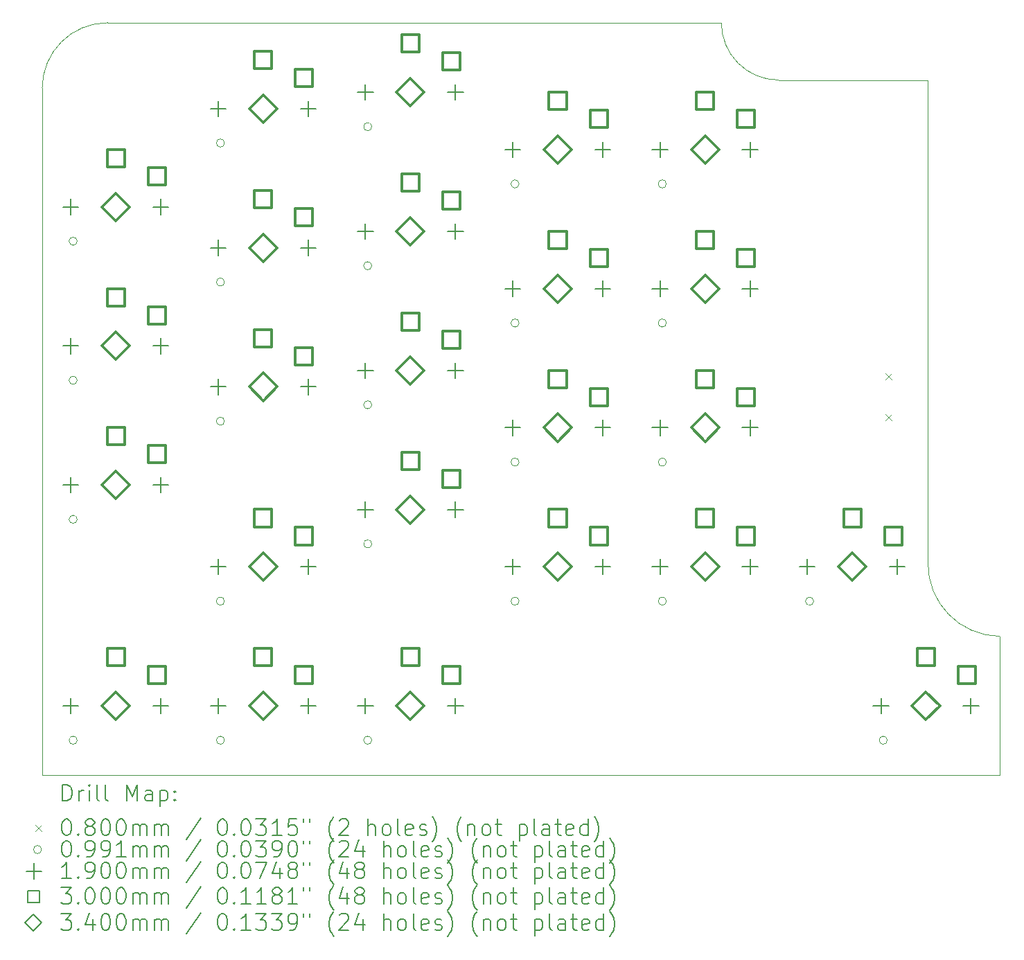
<source format=gbr>
%FSLAX45Y45*%
G04 Gerber Fmt 4.5, Leading zero omitted, Abs format (unit mm)*
G04 Created by KiCad (PCBNEW (5.99.0-12766-g4a3658027e)) date 2021-12-04 14:11:23*
%MOMM*%
%LPD*%
G01*
G04 APERTURE LIST*
%TA.AperFunction,Profile*%
%ADD10C,0.050000*%
%TD*%
%ADD11C,0.200000*%
%ADD12C,0.080000*%
%ADD13C,0.099060*%
%ADD14C,0.190000*%
%ADD15C,0.300000*%
%ADD16C,0.340000*%
G04 APERTURE END LIST*
D10*
X2400000Y-1825000D02*
G75*
G03*
X1600000Y-2625000I0J-800000D01*
G01*
X10600000Y-2525000D02*
X12425000Y-2525000D01*
X13300000Y-9325000D02*
G75*
G02*
X12425000Y-8425000I12500J887500D01*
G01*
X1600000Y-11025000D02*
X13300000Y-11025000D01*
X2400000Y-1825000D02*
X7000000Y-1825000D01*
X7000000Y-1825000D02*
X9900000Y-1825000D01*
X12425000Y-2525000D02*
X12425000Y-8425000D01*
X1600000Y-11025000D02*
X1600000Y-2625000D01*
X9900000Y-1825000D02*
G75*
G03*
X10600000Y-2525000I700000J0D01*
G01*
X13300000Y-11025000D02*
X13300000Y-9325000D01*
D11*
D12*
X11905000Y-6110000D02*
X11985000Y-6190000D01*
X11985000Y-6110000D02*
X11905000Y-6190000D01*
X11905000Y-6610000D02*
X11985000Y-6690000D01*
X11985000Y-6610000D02*
X11905000Y-6690000D01*
D13*
X2027530Y-4495000D02*
G75*
G03*
X2027530Y-4495000I-49530J0D01*
G01*
X2027530Y-6195000D02*
G75*
G03*
X2027530Y-6195000I-49530J0D01*
G01*
X2027530Y-7895000D02*
G75*
G03*
X2027530Y-7895000I-49530J0D01*
G01*
X2027530Y-10595000D02*
G75*
G03*
X2027530Y-10595000I-49530J0D01*
G01*
X3827530Y-3295000D02*
G75*
G03*
X3827530Y-3295000I-49530J0D01*
G01*
X3827530Y-4995000D02*
G75*
G03*
X3827530Y-4995000I-49530J0D01*
G01*
X3827530Y-6695000D02*
G75*
G03*
X3827530Y-6695000I-49530J0D01*
G01*
X3827530Y-8895000D02*
G75*
G03*
X3827530Y-8895000I-49530J0D01*
G01*
X3827530Y-10595000D02*
G75*
G03*
X3827530Y-10595000I-49530J0D01*
G01*
X5627530Y-3095000D02*
G75*
G03*
X5627530Y-3095000I-49530J0D01*
G01*
X5627530Y-4795000D02*
G75*
G03*
X5627530Y-4795000I-49530J0D01*
G01*
X5627530Y-6495000D02*
G75*
G03*
X5627530Y-6495000I-49530J0D01*
G01*
X5627530Y-8195000D02*
G75*
G03*
X5627530Y-8195000I-49530J0D01*
G01*
X5627530Y-10595000D02*
G75*
G03*
X5627530Y-10595000I-49530J0D01*
G01*
X7427530Y-3795000D02*
G75*
G03*
X7427530Y-3795000I-49530J0D01*
G01*
X7427530Y-5495000D02*
G75*
G03*
X7427530Y-5495000I-49530J0D01*
G01*
X7427530Y-7195000D02*
G75*
G03*
X7427530Y-7195000I-49530J0D01*
G01*
X7427530Y-8895000D02*
G75*
G03*
X7427530Y-8895000I-49530J0D01*
G01*
X9227530Y-3795000D02*
G75*
G03*
X9227530Y-3795000I-49530J0D01*
G01*
X9227530Y-5495000D02*
G75*
G03*
X9227530Y-5495000I-49530J0D01*
G01*
X9227530Y-7195000D02*
G75*
G03*
X9227530Y-7195000I-49530J0D01*
G01*
X9227530Y-8895000D02*
G75*
G03*
X9227530Y-8895000I-49530J0D01*
G01*
X11027530Y-8895000D02*
G75*
G03*
X11027530Y-8895000I-49530J0D01*
G01*
X11927530Y-10595000D02*
G75*
G03*
X11927530Y-10595000I-49530J0D01*
G01*
D14*
X1950000Y-3980000D02*
X1950000Y-4170000D01*
X1855000Y-4075000D02*
X2045000Y-4075000D01*
X1950000Y-5680000D02*
X1950000Y-5870000D01*
X1855000Y-5775000D02*
X2045000Y-5775000D01*
X1950000Y-7380000D02*
X1950000Y-7570000D01*
X1855000Y-7475000D02*
X2045000Y-7475000D01*
X1950000Y-10080000D02*
X1950000Y-10270000D01*
X1855000Y-10175000D02*
X2045000Y-10175000D01*
X3050000Y-3980000D02*
X3050000Y-4170000D01*
X2955000Y-4075000D02*
X3145000Y-4075000D01*
X3050000Y-5680000D02*
X3050000Y-5870000D01*
X2955000Y-5775000D02*
X3145000Y-5775000D01*
X3050000Y-7380000D02*
X3050000Y-7570000D01*
X2955000Y-7475000D02*
X3145000Y-7475000D01*
X3050000Y-10080000D02*
X3050000Y-10270000D01*
X2955000Y-10175000D02*
X3145000Y-10175000D01*
X3750000Y-2780000D02*
X3750000Y-2970000D01*
X3655000Y-2875000D02*
X3845000Y-2875000D01*
X3750000Y-4480000D02*
X3750000Y-4670000D01*
X3655000Y-4575000D02*
X3845000Y-4575000D01*
X3750000Y-6180000D02*
X3750000Y-6370000D01*
X3655000Y-6275000D02*
X3845000Y-6275000D01*
X3750000Y-8380000D02*
X3750000Y-8570000D01*
X3655000Y-8475000D02*
X3845000Y-8475000D01*
X3750000Y-10080000D02*
X3750000Y-10270000D01*
X3655000Y-10175000D02*
X3845000Y-10175000D01*
X4850000Y-2780000D02*
X4850000Y-2970000D01*
X4755000Y-2875000D02*
X4945000Y-2875000D01*
X4850000Y-4480000D02*
X4850000Y-4670000D01*
X4755000Y-4575000D02*
X4945000Y-4575000D01*
X4850000Y-6180000D02*
X4850000Y-6370000D01*
X4755000Y-6275000D02*
X4945000Y-6275000D01*
X4850000Y-8380000D02*
X4850000Y-8570000D01*
X4755000Y-8475000D02*
X4945000Y-8475000D01*
X4850000Y-10080000D02*
X4850000Y-10270000D01*
X4755000Y-10175000D02*
X4945000Y-10175000D01*
X5550000Y-2580000D02*
X5550000Y-2770000D01*
X5455000Y-2675000D02*
X5645000Y-2675000D01*
X5550000Y-4280000D02*
X5550000Y-4470000D01*
X5455000Y-4375000D02*
X5645000Y-4375000D01*
X5550000Y-5980000D02*
X5550000Y-6170000D01*
X5455000Y-6075000D02*
X5645000Y-6075000D01*
X5550000Y-7680000D02*
X5550000Y-7870000D01*
X5455000Y-7775000D02*
X5645000Y-7775000D01*
X5550000Y-10080000D02*
X5550000Y-10270000D01*
X5455000Y-10175000D02*
X5645000Y-10175000D01*
X6650000Y-2580000D02*
X6650000Y-2770000D01*
X6555000Y-2675000D02*
X6745000Y-2675000D01*
X6650000Y-4280000D02*
X6650000Y-4470000D01*
X6555000Y-4375000D02*
X6745000Y-4375000D01*
X6650000Y-5980000D02*
X6650000Y-6170000D01*
X6555000Y-6075000D02*
X6745000Y-6075000D01*
X6650000Y-7680000D02*
X6650000Y-7870000D01*
X6555000Y-7775000D02*
X6745000Y-7775000D01*
X6650000Y-10080000D02*
X6650000Y-10270000D01*
X6555000Y-10175000D02*
X6745000Y-10175000D01*
X7350000Y-3280000D02*
X7350000Y-3470000D01*
X7255000Y-3375000D02*
X7445000Y-3375000D01*
X7350000Y-4980000D02*
X7350000Y-5170000D01*
X7255000Y-5075000D02*
X7445000Y-5075000D01*
X7350000Y-6680000D02*
X7350000Y-6870000D01*
X7255000Y-6775000D02*
X7445000Y-6775000D01*
X7350000Y-8380000D02*
X7350000Y-8570000D01*
X7255000Y-8475000D02*
X7445000Y-8475000D01*
X8450000Y-3280000D02*
X8450000Y-3470000D01*
X8355000Y-3375000D02*
X8545000Y-3375000D01*
X8450000Y-4980000D02*
X8450000Y-5170000D01*
X8355000Y-5075000D02*
X8545000Y-5075000D01*
X8450000Y-6680000D02*
X8450000Y-6870000D01*
X8355000Y-6775000D02*
X8545000Y-6775000D01*
X8450000Y-8380000D02*
X8450000Y-8570000D01*
X8355000Y-8475000D02*
X8545000Y-8475000D01*
X9150000Y-3280000D02*
X9150000Y-3470000D01*
X9055000Y-3375000D02*
X9245000Y-3375000D01*
X9150000Y-4980000D02*
X9150000Y-5170000D01*
X9055000Y-5075000D02*
X9245000Y-5075000D01*
X9150000Y-6680000D02*
X9150000Y-6870000D01*
X9055000Y-6775000D02*
X9245000Y-6775000D01*
X9150000Y-8380000D02*
X9150000Y-8570000D01*
X9055000Y-8475000D02*
X9245000Y-8475000D01*
X10250000Y-3280000D02*
X10250000Y-3470000D01*
X10155000Y-3375000D02*
X10345000Y-3375000D01*
X10250000Y-4980000D02*
X10250000Y-5170000D01*
X10155000Y-5075000D02*
X10345000Y-5075000D01*
X10250000Y-6680000D02*
X10250000Y-6870000D01*
X10155000Y-6775000D02*
X10345000Y-6775000D01*
X10250000Y-8380000D02*
X10250000Y-8570000D01*
X10155000Y-8475000D02*
X10345000Y-8475000D01*
X10950000Y-8380000D02*
X10950000Y-8570000D01*
X10855000Y-8475000D02*
X11045000Y-8475000D01*
X11850000Y-10080000D02*
X11850000Y-10270000D01*
X11755000Y-10175000D02*
X11945000Y-10175000D01*
X12050000Y-8380000D02*
X12050000Y-8570000D01*
X11955000Y-8475000D02*
X12145000Y-8475000D01*
X12950000Y-10080000D02*
X12950000Y-10270000D01*
X12855000Y-10175000D02*
X13045000Y-10175000D01*
D15*
X2606067Y-3586067D02*
X2606067Y-3373933D01*
X2393933Y-3373933D01*
X2393933Y-3586067D01*
X2606067Y-3586067D01*
X2606067Y-5286067D02*
X2606067Y-5073933D01*
X2393933Y-5073933D01*
X2393933Y-5286067D01*
X2606067Y-5286067D01*
X2606067Y-6986067D02*
X2606067Y-6773933D01*
X2393933Y-6773933D01*
X2393933Y-6986067D01*
X2606067Y-6986067D01*
X2606067Y-9686067D02*
X2606067Y-9473933D01*
X2393933Y-9473933D01*
X2393933Y-9686067D01*
X2606067Y-9686067D01*
X3106067Y-3806067D02*
X3106067Y-3593933D01*
X2893933Y-3593933D01*
X2893933Y-3806067D01*
X3106067Y-3806067D01*
X3106067Y-5506067D02*
X3106067Y-5293933D01*
X2893933Y-5293933D01*
X2893933Y-5506067D01*
X3106067Y-5506067D01*
X3106067Y-7206067D02*
X3106067Y-6993933D01*
X2893933Y-6993933D01*
X2893933Y-7206067D01*
X3106067Y-7206067D01*
X3106067Y-9906067D02*
X3106067Y-9693933D01*
X2893933Y-9693933D01*
X2893933Y-9906067D01*
X3106067Y-9906067D01*
X4406067Y-2386067D02*
X4406067Y-2173933D01*
X4193933Y-2173933D01*
X4193933Y-2386067D01*
X4406067Y-2386067D01*
X4406067Y-4086067D02*
X4406067Y-3873933D01*
X4193933Y-3873933D01*
X4193933Y-4086067D01*
X4406067Y-4086067D01*
X4406067Y-5786067D02*
X4406067Y-5573933D01*
X4193933Y-5573933D01*
X4193933Y-5786067D01*
X4406067Y-5786067D01*
X4406067Y-7986067D02*
X4406067Y-7773933D01*
X4193933Y-7773933D01*
X4193933Y-7986067D01*
X4406067Y-7986067D01*
X4406067Y-9686067D02*
X4406067Y-9473933D01*
X4193933Y-9473933D01*
X4193933Y-9686067D01*
X4406067Y-9686067D01*
X4906067Y-2606067D02*
X4906067Y-2393933D01*
X4693933Y-2393933D01*
X4693933Y-2606067D01*
X4906067Y-2606067D01*
X4906067Y-4306067D02*
X4906067Y-4093933D01*
X4693933Y-4093933D01*
X4693933Y-4306067D01*
X4906067Y-4306067D01*
X4906067Y-6006067D02*
X4906067Y-5793933D01*
X4693933Y-5793933D01*
X4693933Y-6006067D01*
X4906067Y-6006067D01*
X4906067Y-8206067D02*
X4906067Y-7993933D01*
X4693933Y-7993933D01*
X4693933Y-8206067D01*
X4906067Y-8206067D01*
X4906067Y-9906067D02*
X4906067Y-9693933D01*
X4693933Y-9693933D01*
X4693933Y-9906067D01*
X4906067Y-9906067D01*
X6206067Y-2186067D02*
X6206067Y-1973933D01*
X5993933Y-1973933D01*
X5993933Y-2186067D01*
X6206067Y-2186067D01*
X6206067Y-3886067D02*
X6206067Y-3673933D01*
X5993933Y-3673933D01*
X5993933Y-3886067D01*
X6206067Y-3886067D01*
X6206067Y-5586067D02*
X6206067Y-5373933D01*
X5993933Y-5373933D01*
X5993933Y-5586067D01*
X6206067Y-5586067D01*
X6206067Y-7286067D02*
X6206067Y-7073933D01*
X5993933Y-7073933D01*
X5993933Y-7286067D01*
X6206067Y-7286067D01*
X6206067Y-9686067D02*
X6206067Y-9473933D01*
X5993933Y-9473933D01*
X5993933Y-9686067D01*
X6206067Y-9686067D01*
X6706067Y-2406067D02*
X6706067Y-2193933D01*
X6493933Y-2193933D01*
X6493933Y-2406067D01*
X6706067Y-2406067D01*
X6706067Y-4106067D02*
X6706067Y-3893933D01*
X6493933Y-3893933D01*
X6493933Y-4106067D01*
X6706067Y-4106067D01*
X6706067Y-5806067D02*
X6706067Y-5593933D01*
X6493933Y-5593933D01*
X6493933Y-5806067D01*
X6706067Y-5806067D01*
X6706067Y-7506067D02*
X6706067Y-7293933D01*
X6493933Y-7293933D01*
X6493933Y-7506067D01*
X6706067Y-7506067D01*
X6706067Y-9906067D02*
X6706067Y-9693933D01*
X6493933Y-9693933D01*
X6493933Y-9906067D01*
X6706067Y-9906067D01*
X8006067Y-2886067D02*
X8006067Y-2673933D01*
X7793933Y-2673933D01*
X7793933Y-2886067D01*
X8006067Y-2886067D01*
X8006067Y-4586067D02*
X8006067Y-4373933D01*
X7793933Y-4373933D01*
X7793933Y-4586067D01*
X8006067Y-4586067D01*
X8006067Y-6286067D02*
X8006067Y-6073933D01*
X7793933Y-6073933D01*
X7793933Y-6286067D01*
X8006067Y-6286067D01*
X8006067Y-7986067D02*
X8006067Y-7773933D01*
X7793933Y-7773933D01*
X7793933Y-7986067D01*
X8006067Y-7986067D01*
X8506067Y-3106067D02*
X8506067Y-2893933D01*
X8293933Y-2893933D01*
X8293933Y-3106067D01*
X8506067Y-3106067D01*
X8506067Y-4806067D02*
X8506067Y-4593933D01*
X8293933Y-4593933D01*
X8293933Y-4806067D01*
X8506067Y-4806067D01*
X8506067Y-6506067D02*
X8506067Y-6293933D01*
X8293933Y-6293933D01*
X8293933Y-6506067D01*
X8506067Y-6506067D01*
X8506067Y-8206067D02*
X8506067Y-7993933D01*
X8293933Y-7993933D01*
X8293933Y-8206067D01*
X8506067Y-8206067D01*
X9806067Y-2886067D02*
X9806067Y-2673933D01*
X9593933Y-2673933D01*
X9593933Y-2886067D01*
X9806067Y-2886067D01*
X9806067Y-4586067D02*
X9806067Y-4373933D01*
X9593933Y-4373933D01*
X9593933Y-4586067D01*
X9806067Y-4586067D01*
X9806067Y-6286067D02*
X9806067Y-6073933D01*
X9593933Y-6073933D01*
X9593933Y-6286067D01*
X9806067Y-6286067D01*
X9806067Y-7986067D02*
X9806067Y-7773933D01*
X9593933Y-7773933D01*
X9593933Y-7986067D01*
X9806067Y-7986067D01*
X10306067Y-3106067D02*
X10306067Y-2893933D01*
X10093933Y-2893933D01*
X10093933Y-3106067D01*
X10306067Y-3106067D01*
X10306067Y-4806067D02*
X10306067Y-4593933D01*
X10093933Y-4593933D01*
X10093933Y-4806067D01*
X10306067Y-4806067D01*
X10306067Y-6506067D02*
X10306067Y-6293933D01*
X10093933Y-6293933D01*
X10093933Y-6506067D01*
X10306067Y-6506067D01*
X10306067Y-8206067D02*
X10306067Y-7993933D01*
X10093933Y-7993933D01*
X10093933Y-8206067D01*
X10306067Y-8206067D01*
X11606067Y-7986067D02*
X11606067Y-7773933D01*
X11393933Y-7773933D01*
X11393933Y-7986067D01*
X11606067Y-7986067D01*
X12106067Y-8206067D02*
X12106067Y-7993933D01*
X11893933Y-7993933D01*
X11893933Y-8206067D01*
X12106067Y-8206067D01*
X12506067Y-9686067D02*
X12506067Y-9473933D01*
X12293933Y-9473933D01*
X12293933Y-9686067D01*
X12506067Y-9686067D01*
X13006067Y-9906067D02*
X13006067Y-9693933D01*
X12793933Y-9693933D01*
X12793933Y-9906067D01*
X13006067Y-9906067D01*
D16*
X2500000Y-4245000D02*
X2670000Y-4075000D01*
X2500000Y-3905000D01*
X2330000Y-4075000D01*
X2500000Y-4245000D01*
X2500000Y-5945000D02*
X2670000Y-5775000D01*
X2500000Y-5605000D01*
X2330000Y-5775000D01*
X2500000Y-5945000D01*
X2500000Y-7645000D02*
X2670000Y-7475000D01*
X2500000Y-7305000D01*
X2330000Y-7475000D01*
X2500000Y-7645000D01*
X2500000Y-10345000D02*
X2670000Y-10175000D01*
X2500000Y-10005000D01*
X2330000Y-10175000D01*
X2500000Y-10345000D01*
X4300000Y-3045000D02*
X4470000Y-2875000D01*
X4300000Y-2705000D01*
X4130000Y-2875000D01*
X4300000Y-3045000D01*
X4300000Y-4745000D02*
X4470000Y-4575000D01*
X4300000Y-4405000D01*
X4130000Y-4575000D01*
X4300000Y-4745000D01*
X4300000Y-6445000D02*
X4470000Y-6275000D01*
X4300000Y-6105000D01*
X4130000Y-6275000D01*
X4300000Y-6445000D01*
X4300000Y-8645000D02*
X4470000Y-8475000D01*
X4300000Y-8305000D01*
X4130000Y-8475000D01*
X4300000Y-8645000D01*
X4300000Y-10345000D02*
X4470000Y-10175000D01*
X4300000Y-10005000D01*
X4130000Y-10175000D01*
X4300000Y-10345000D01*
X6100000Y-2845000D02*
X6270000Y-2675000D01*
X6100000Y-2505000D01*
X5930000Y-2675000D01*
X6100000Y-2845000D01*
X6100000Y-4545000D02*
X6270000Y-4375000D01*
X6100000Y-4205000D01*
X5930000Y-4375000D01*
X6100000Y-4545000D01*
X6100000Y-6245000D02*
X6270000Y-6075000D01*
X6100000Y-5905000D01*
X5930000Y-6075000D01*
X6100000Y-6245000D01*
X6100000Y-7945000D02*
X6270000Y-7775000D01*
X6100000Y-7605000D01*
X5930000Y-7775000D01*
X6100000Y-7945000D01*
X6100000Y-10345000D02*
X6270000Y-10175000D01*
X6100000Y-10005000D01*
X5930000Y-10175000D01*
X6100000Y-10345000D01*
X7900000Y-3545000D02*
X8070000Y-3375000D01*
X7900000Y-3205000D01*
X7730000Y-3375000D01*
X7900000Y-3545000D01*
X7900000Y-5245000D02*
X8070000Y-5075000D01*
X7900000Y-4905000D01*
X7730000Y-5075000D01*
X7900000Y-5245000D01*
X7900000Y-6945000D02*
X8070000Y-6775000D01*
X7900000Y-6605000D01*
X7730000Y-6775000D01*
X7900000Y-6945000D01*
X7900000Y-8645000D02*
X8070000Y-8475000D01*
X7900000Y-8305000D01*
X7730000Y-8475000D01*
X7900000Y-8645000D01*
X9700000Y-3545000D02*
X9870000Y-3375000D01*
X9700000Y-3205000D01*
X9530000Y-3375000D01*
X9700000Y-3545000D01*
X9700000Y-5245000D02*
X9870000Y-5075000D01*
X9700000Y-4905000D01*
X9530000Y-5075000D01*
X9700000Y-5245000D01*
X9700000Y-6945000D02*
X9870000Y-6775000D01*
X9700000Y-6605000D01*
X9530000Y-6775000D01*
X9700000Y-6945000D01*
X9700000Y-8645000D02*
X9870000Y-8475000D01*
X9700000Y-8305000D01*
X9530000Y-8475000D01*
X9700000Y-8645000D01*
X11500000Y-8645000D02*
X11670000Y-8475000D01*
X11500000Y-8305000D01*
X11330000Y-8475000D01*
X11500000Y-8645000D01*
X12400000Y-10345000D02*
X12570000Y-10175000D01*
X12400000Y-10005000D01*
X12230000Y-10175000D01*
X12400000Y-10345000D01*
D11*
X1850119Y-11337976D02*
X1850119Y-11137976D01*
X1897738Y-11137976D01*
X1926309Y-11147500D01*
X1945357Y-11166548D01*
X1954881Y-11185595D01*
X1964405Y-11223690D01*
X1964405Y-11252262D01*
X1954881Y-11290357D01*
X1945357Y-11309405D01*
X1926309Y-11328452D01*
X1897738Y-11337976D01*
X1850119Y-11337976D01*
X2050119Y-11337976D02*
X2050119Y-11204643D01*
X2050119Y-11242738D02*
X2059643Y-11223690D01*
X2069167Y-11214167D01*
X2088214Y-11204643D01*
X2107262Y-11204643D01*
X2173929Y-11337976D02*
X2173929Y-11204643D01*
X2173929Y-11137976D02*
X2164405Y-11147500D01*
X2173929Y-11157024D01*
X2183452Y-11147500D01*
X2173929Y-11137976D01*
X2173929Y-11157024D01*
X2297738Y-11337976D02*
X2278690Y-11328452D01*
X2269167Y-11309405D01*
X2269167Y-11137976D01*
X2402500Y-11337976D02*
X2383452Y-11328452D01*
X2373929Y-11309405D01*
X2373929Y-11137976D01*
X2631071Y-11337976D02*
X2631071Y-11137976D01*
X2697738Y-11280833D01*
X2764405Y-11137976D01*
X2764405Y-11337976D01*
X2945357Y-11337976D02*
X2945357Y-11233214D01*
X2935833Y-11214167D01*
X2916786Y-11204643D01*
X2878690Y-11204643D01*
X2859643Y-11214167D01*
X2945357Y-11328452D02*
X2926309Y-11337976D01*
X2878690Y-11337976D01*
X2859643Y-11328452D01*
X2850119Y-11309405D01*
X2850119Y-11290357D01*
X2859643Y-11271309D01*
X2878690Y-11261786D01*
X2926309Y-11261786D01*
X2945357Y-11252262D01*
X3040595Y-11204643D02*
X3040595Y-11404643D01*
X3040595Y-11214167D02*
X3059643Y-11204643D01*
X3097738Y-11204643D01*
X3116786Y-11214167D01*
X3126309Y-11223690D01*
X3135833Y-11242738D01*
X3135833Y-11299881D01*
X3126309Y-11318928D01*
X3116786Y-11328452D01*
X3097738Y-11337976D01*
X3059643Y-11337976D01*
X3040595Y-11328452D01*
X3221548Y-11318928D02*
X3231071Y-11328452D01*
X3221548Y-11337976D01*
X3212024Y-11328452D01*
X3221548Y-11318928D01*
X3221548Y-11337976D01*
X3221548Y-11214167D02*
X3231071Y-11223690D01*
X3221548Y-11233214D01*
X3212024Y-11223690D01*
X3221548Y-11214167D01*
X3221548Y-11233214D01*
D12*
X1512500Y-11627500D02*
X1592500Y-11707500D01*
X1592500Y-11627500D02*
X1512500Y-11707500D01*
D11*
X1888214Y-11557976D02*
X1907262Y-11557976D01*
X1926309Y-11567500D01*
X1935833Y-11577024D01*
X1945357Y-11596071D01*
X1954881Y-11634167D01*
X1954881Y-11681786D01*
X1945357Y-11719881D01*
X1935833Y-11738928D01*
X1926309Y-11748452D01*
X1907262Y-11757976D01*
X1888214Y-11757976D01*
X1869167Y-11748452D01*
X1859643Y-11738928D01*
X1850119Y-11719881D01*
X1840595Y-11681786D01*
X1840595Y-11634167D01*
X1850119Y-11596071D01*
X1859643Y-11577024D01*
X1869167Y-11567500D01*
X1888214Y-11557976D01*
X2040595Y-11738928D02*
X2050119Y-11748452D01*
X2040595Y-11757976D01*
X2031071Y-11748452D01*
X2040595Y-11738928D01*
X2040595Y-11757976D01*
X2164405Y-11643690D02*
X2145357Y-11634167D01*
X2135833Y-11624643D01*
X2126310Y-11605595D01*
X2126310Y-11596071D01*
X2135833Y-11577024D01*
X2145357Y-11567500D01*
X2164405Y-11557976D01*
X2202500Y-11557976D01*
X2221548Y-11567500D01*
X2231071Y-11577024D01*
X2240595Y-11596071D01*
X2240595Y-11605595D01*
X2231071Y-11624643D01*
X2221548Y-11634167D01*
X2202500Y-11643690D01*
X2164405Y-11643690D01*
X2145357Y-11653214D01*
X2135833Y-11662738D01*
X2126310Y-11681786D01*
X2126310Y-11719881D01*
X2135833Y-11738928D01*
X2145357Y-11748452D01*
X2164405Y-11757976D01*
X2202500Y-11757976D01*
X2221548Y-11748452D01*
X2231071Y-11738928D01*
X2240595Y-11719881D01*
X2240595Y-11681786D01*
X2231071Y-11662738D01*
X2221548Y-11653214D01*
X2202500Y-11643690D01*
X2364405Y-11557976D02*
X2383452Y-11557976D01*
X2402500Y-11567500D01*
X2412024Y-11577024D01*
X2421548Y-11596071D01*
X2431071Y-11634167D01*
X2431071Y-11681786D01*
X2421548Y-11719881D01*
X2412024Y-11738928D01*
X2402500Y-11748452D01*
X2383452Y-11757976D01*
X2364405Y-11757976D01*
X2345357Y-11748452D01*
X2335833Y-11738928D01*
X2326310Y-11719881D01*
X2316786Y-11681786D01*
X2316786Y-11634167D01*
X2326310Y-11596071D01*
X2335833Y-11577024D01*
X2345357Y-11567500D01*
X2364405Y-11557976D01*
X2554881Y-11557976D02*
X2573929Y-11557976D01*
X2592976Y-11567500D01*
X2602500Y-11577024D01*
X2612024Y-11596071D01*
X2621548Y-11634167D01*
X2621548Y-11681786D01*
X2612024Y-11719881D01*
X2602500Y-11738928D01*
X2592976Y-11748452D01*
X2573929Y-11757976D01*
X2554881Y-11757976D01*
X2535833Y-11748452D01*
X2526310Y-11738928D01*
X2516786Y-11719881D01*
X2507262Y-11681786D01*
X2507262Y-11634167D01*
X2516786Y-11596071D01*
X2526310Y-11577024D01*
X2535833Y-11567500D01*
X2554881Y-11557976D01*
X2707262Y-11757976D02*
X2707262Y-11624643D01*
X2707262Y-11643690D02*
X2716786Y-11634167D01*
X2735833Y-11624643D01*
X2764405Y-11624643D01*
X2783452Y-11634167D01*
X2792976Y-11653214D01*
X2792976Y-11757976D01*
X2792976Y-11653214D02*
X2802500Y-11634167D01*
X2821548Y-11624643D01*
X2850119Y-11624643D01*
X2869167Y-11634167D01*
X2878690Y-11653214D01*
X2878690Y-11757976D01*
X2973928Y-11757976D02*
X2973928Y-11624643D01*
X2973928Y-11643690D02*
X2983452Y-11634167D01*
X3002500Y-11624643D01*
X3031071Y-11624643D01*
X3050119Y-11634167D01*
X3059643Y-11653214D01*
X3059643Y-11757976D01*
X3059643Y-11653214D02*
X3069167Y-11634167D01*
X3088214Y-11624643D01*
X3116786Y-11624643D01*
X3135833Y-11634167D01*
X3145357Y-11653214D01*
X3145357Y-11757976D01*
X3535833Y-11548452D02*
X3364405Y-11805595D01*
X3792976Y-11557976D02*
X3812024Y-11557976D01*
X3831071Y-11567500D01*
X3840595Y-11577024D01*
X3850119Y-11596071D01*
X3859643Y-11634167D01*
X3859643Y-11681786D01*
X3850119Y-11719881D01*
X3840595Y-11738928D01*
X3831071Y-11748452D01*
X3812024Y-11757976D01*
X3792976Y-11757976D01*
X3773928Y-11748452D01*
X3764405Y-11738928D01*
X3754881Y-11719881D01*
X3745357Y-11681786D01*
X3745357Y-11634167D01*
X3754881Y-11596071D01*
X3764405Y-11577024D01*
X3773928Y-11567500D01*
X3792976Y-11557976D01*
X3945357Y-11738928D02*
X3954881Y-11748452D01*
X3945357Y-11757976D01*
X3935833Y-11748452D01*
X3945357Y-11738928D01*
X3945357Y-11757976D01*
X4078690Y-11557976D02*
X4097738Y-11557976D01*
X4116786Y-11567500D01*
X4126309Y-11577024D01*
X4135833Y-11596071D01*
X4145357Y-11634167D01*
X4145357Y-11681786D01*
X4135833Y-11719881D01*
X4126309Y-11738928D01*
X4116786Y-11748452D01*
X4097738Y-11757976D01*
X4078690Y-11757976D01*
X4059643Y-11748452D01*
X4050119Y-11738928D01*
X4040595Y-11719881D01*
X4031071Y-11681786D01*
X4031071Y-11634167D01*
X4040595Y-11596071D01*
X4050119Y-11577024D01*
X4059643Y-11567500D01*
X4078690Y-11557976D01*
X4212024Y-11557976D02*
X4335833Y-11557976D01*
X4269167Y-11634167D01*
X4297738Y-11634167D01*
X4316786Y-11643690D01*
X4326310Y-11653214D01*
X4335833Y-11672262D01*
X4335833Y-11719881D01*
X4326310Y-11738928D01*
X4316786Y-11748452D01*
X4297738Y-11757976D01*
X4240595Y-11757976D01*
X4221548Y-11748452D01*
X4212024Y-11738928D01*
X4526310Y-11757976D02*
X4412024Y-11757976D01*
X4469167Y-11757976D02*
X4469167Y-11557976D01*
X4450119Y-11586548D01*
X4431071Y-11605595D01*
X4412024Y-11615119D01*
X4707262Y-11557976D02*
X4612024Y-11557976D01*
X4602500Y-11653214D01*
X4612024Y-11643690D01*
X4631071Y-11634167D01*
X4678690Y-11634167D01*
X4697738Y-11643690D01*
X4707262Y-11653214D01*
X4716786Y-11672262D01*
X4716786Y-11719881D01*
X4707262Y-11738928D01*
X4697738Y-11748452D01*
X4678690Y-11757976D01*
X4631071Y-11757976D01*
X4612024Y-11748452D01*
X4602500Y-11738928D01*
X4792976Y-11557976D02*
X4792976Y-11596071D01*
X4869167Y-11557976D02*
X4869167Y-11596071D01*
X5164405Y-11834167D02*
X5154881Y-11824643D01*
X5135833Y-11796071D01*
X5126310Y-11777024D01*
X5116786Y-11748452D01*
X5107262Y-11700833D01*
X5107262Y-11662738D01*
X5116786Y-11615119D01*
X5126310Y-11586548D01*
X5135833Y-11567500D01*
X5154881Y-11538928D01*
X5164405Y-11529405D01*
X5231071Y-11577024D02*
X5240595Y-11567500D01*
X5259643Y-11557976D01*
X5307262Y-11557976D01*
X5326310Y-11567500D01*
X5335833Y-11577024D01*
X5345357Y-11596071D01*
X5345357Y-11615119D01*
X5335833Y-11643690D01*
X5221548Y-11757976D01*
X5345357Y-11757976D01*
X5583452Y-11757976D02*
X5583452Y-11557976D01*
X5669167Y-11757976D02*
X5669167Y-11653214D01*
X5659643Y-11634167D01*
X5640595Y-11624643D01*
X5612024Y-11624643D01*
X5592976Y-11634167D01*
X5583452Y-11643690D01*
X5792976Y-11757976D02*
X5773928Y-11748452D01*
X5764405Y-11738928D01*
X5754881Y-11719881D01*
X5754881Y-11662738D01*
X5764405Y-11643690D01*
X5773928Y-11634167D01*
X5792976Y-11624643D01*
X5821548Y-11624643D01*
X5840595Y-11634167D01*
X5850119Y-11643690D01*
X5859643Y-11662738D01*
X5859643Y-11719881D01*
X5850119Y-11738928D01*
X5840595Y-11748452D01*
X5821548Y-11757976D01*
X5792976Y-11757976D01*
X5973928Y-11757976D02*
X5954881Y-11748452D01*
X5945357Y-11729405D01*
X5945357Y-11557976D01*
X6126309Y-11748452D02*
X6107262Y-11757976D01*
X6069167Y-11757976D01*
X6050119Y-11748452D01*
X6040595Y-11729405D01*
X6040595Y-11653214D01*
X6050119Y-11634167D01*
X6069167Y-11624643D01*
X6107262Y-11624643D01*
X6126309Y-11634167D01*
X6135833Y-11653214D01*
X6135833Y-11672262D01*
X6040595Y-11691309D01*
X6212024Y-11748452D02*
X6231071Y-11757976D01*
X6269167Y-11757976D01*
X6288214Y-11748452D01*
X6297738Y-11729405D01*
X6297738Y-11719881D01*
X6288214Y-11700833D01*
X6269167Y-11691309D01*
X6240595Y-11691309D01*
X6221548Y-11681786D01*
X6212024Y-11662738D01*
X6212024Y-11653214D01*
X6221548Y-11634167D01*
X6240595Y-11624643D01*
X6269167Y-11624643D01*
X6288214Y-11634167D01*
X6364405Y-11834167D02*
X6373928Y-11824643D01*
X6392976Y-11796071D01*
X6402500Y-11777024D01*
X6412024Y-11748452D01*
X6421548Y-11700833D01*
X6421548Y-11662738D01*
X6412024Y-11615119D01*
X6402500Y-11586548D01*
X6392976Y-11567500D01*
X6373928Y-11538928D01*
X6364405Y-11529405D01*
X6726309Y-11834167D02*
X6716786Y-11824643D01*
X6697738Y-11796071D01*
X6688214Y-11777024D01*
X6678690Y-11748452D01*
X6669167Y-11700833D01*
X6669167Y-11662738D01*
X6678690Y-11615119D01*
X6688214Y-11586548D01*
X6697738Y-11567500D01*
X6716786Y-11538928D01*
X6726309Y-11529405D01*
X6802500Y-11624643D02*
X6802500Y-11757976D01*
X6802500Y-11643690D02*
X6812024Y-11634167D01*
X6831071Y-11624643D01*
X6859643Y-11624643D01*
X6878690Y-11634167D01*
X6888214Y-11653214D01*
X6888214Y-11757976D01*
X7012024Y-11757976D02*
X6992976Y-11748452D01*
X6983452Y-11738928D01*
X6973928Y-11719881D01*
X6973928Y-11662738D01*
X6983452Y-11643690D01*
X6992976Y-11634167D01*
X7012024Y-11624643D01*
X7040595Y-11624643D01*
X7059643Y-11634167D01*
X7069167Y-11643690D01*
X7078690Y-11662738D01*
X7078690Y-11719881D01*
X7069167Y-11738928D01*
X7059643Y-11748452D01*
X7040595Y-11757976D01*
X7012024Y-11757976D01*
X7135833Y-11624643D02*
X7212024Y-11624643D01*
X7164405Y-11557976D02*
X7164405Y-11729405D01*
X7173928Y-11748452D01*
X7192976Y-11757976D01*
X7212024Y-11757976D01*
X7431071Y-11624643D02*
X7431071Y-11824643D01*
X7431071Y-11634167D02*
X7450119Y-11624643D01*
X7488214Y-11624643D01*
X7507262Y-11634167D01*
X7516786Y-11643690D01*
X7526309Y-11662738D01*
X7526309Y-11719881D01*
X7516786Y-11738928D01*
X7507262Y-11748452D01*
X7488214Y-11757976D01*
X7450119Y-11757976D01*
X7431071Y-11748452D01*
X7640595Y-11757976D02*
X7621548Y-11748452D01*
X7612024Y-11729405D01*
X7612024Y-11557976D01*
X7802500Y-11757976D02*
X7802500Y-11653214D01*
X7792976Y-11634167D01*
X7773928Y-11624643D01*
X7735833Y-11624643D01*
X7716786Y-11634167D01*
X7802500Y-11748452D02*
X7783452Y-11757976D01*
X7735833Y-11757976D01*
X7716786Y-11748452D01*
X7707262Y-11729405D01*
X7707262Y-11710357D01*
X7716786Y-11691309D01*
X7735833Y-11681786D01*
X7783452Y-11681786D01*
X7802500Y-11672262D01*
X7869167Y-11624643D02*
X7945357Y-11624643D01*
X7897738Y-11557976D02*
X7897738Y-11729405D01*
X7907262Y-11748452D01*
X7926309Y-11757976D01*
X7945357Y-11757976D01*
X8088214Y-11748452D02*
X8069167Y-11757976D01*
X8031071Y-11757976D01*
X8012024Y-11748452D01*
X8002500Y-11729405D01*
X8002500Y-11653214D01*
X8012024Y-11634167D01*
X8031071Y-11624643D01*
X8069167Y-11624643D01*
X8088214Y-11634167D01*
X8097738Y-11653214D01*
X8097738Y-11672262D01*
X8002500Y-11691309D01*
X8269167Y-11757976D02*
X8269167Y-11557976D01*
X8269167Y-11748452D02*
X8250119Y-11757976D01*
X8212024Y-11757976D01*
X8192976Y-11748452D01*
X8183452Y-11738928D01*
X8173928Y-11719881D01*
X8173928Y-11662738D01*
X8183452Y-11643690D01*
X8192976Y-11634167D01*
X8212024Y-11624643D01*
X8250119Y-11624643D01*
X8269167Y-11634167D01*
X8345357Y-11834167D02*
X8354881Y-11824643D01*
X8373928Y-11796071D01*
X8383452Y-11777024D01*
X8392976Y-11748452D01*
X8402500Y-11700833D01*
X8402500Y-11662738D01*
X8392976Y-11615119D01*
X8383452Y-11586548D01*
X8373928Y-11567500D01*
X8354881Y-11538928D01*
X8345357Y-11529405D01*
D13*
X1592500Y-11931500D02*
G75*
G03*
X1592500Y-11931500I-49530J0D01*
G01*
D11*
X1888214Y-11821976D02*
X1907262Y-11821976D01*
X1926309Y-11831500D01*
X1935833Y-11841024D01*
X1945357Y-11860071D01*
X1954881Y-11898167D01*
X1954881Y-11945786D01*
X1945357Y-11983881D01*
X1935833Y-12002928D01*
X1926309Y-12012452D01*
X1907262Y-12021976D01*
X1888214Y-12021976D01*
X1869167Y-12012452D01*
X1859643Y-12002928D01*
X1850119Y-11983881D01*
X1840595Y-11945786D01*
X1840595Y-11898167D01*
X1850119Y-11860071D01*
X1859643Y-11841024D01*
X1869167Y-11831500D01*
X1888214Y-11821976D01*
X2040595Y-12002928D02*
X2050119Y-12012452D01*
X2040595Y-12021976D01*
X2031071Y-12012452D01*
X2040595Y-12002928D01*
X2040595Y-12021976D01*
X2145357Y-12021976D02*
X2183452Y-12021976D01*
X2202500Y-12012452D01*
X2212024Y-12002928D01*
X2231071Y-11974357D01*
X2240595Y-11936262D01*
X2240595Y-11860071D01*
X2231071Y-11841024D01*
X2221548Y-11831500D01*
X2202500Y-11821976D01*
X2164405Y-11821976D01*
X2145357Y-11831500D01*
X2135833Y-11841024D01*
X2126310Y-11860071D01*
X2126310Y-11907690D01*
X2135833Y-11926738D01*
X2145357Y-11936262D01*
X2164405Y-11945786D01*
X2202500Y-11945786D01*
X2221548Y-11936262D01*
X2231071Y-11926738D01*
X2240595Y-11907690D01*
X2335833Y-12021976D02*
X2373929Y-12021976D01*
X2392976Y-12012452D01*
X2402500Y-12002928D01*
X2421548Y-11974357D01*
X2431071Y-11936262D01*
X2431071Y-11860071D01*
X2421548Y-11841024D01*
X2412024Y-11831500D01*
X2392976Y-11821976D01*
X2354881Y-11821976D01*
X2335833Y-11831500D01*
X2326310Y-11841024D01*
X2316786Y-11860071D01*
X2316786Y-11907690D01*
X2326310Y-11926738D01*
X2335833Y-11936262D01*
X2354881Y-11945786D01*
X2392976Y-11945786D01*
X2412024Y-11936262D01*
X2421548Y-11926738D01*
X2431071Y-11907690D01*
X2621548Y-12021976D02*
X2507262Y-12021976D01*
X2564405Y-12021976D02*
X2564405Y-11821976D01*
X2545357Y-11850548D01*
X2526310Y-11869595D01*
X2507262Y-11879119D01*
X2707262Y-12021976D02*
X2707262Y-11888643D01*
X2707262Y-11907690D02*
X2716786Y-11898167D01*
X2735833Y-11888643D01*
X2764405Y-11888643D01*
X2783452Y-11898167D01*
X2792976Y-11917214D01*
X2792976Y-12021976D01*
X2792976Y-11917214D02*
X2802500Y-11898167D01*
X2821548Y-11888643D01*
X2850119Y-11888643D01*
X2869167Y-11898167D01*
X2878690Y-11917214D01*
X2878690Y-12021976D01*
X2973928Y-12021976D02*
X2973928Y-11888643D01*
X2973928Y-11907690D02*
X2983452Y-11898167D01*
X3002500Y-11888643D01*
X3031071Y-11888643D01*
X3050119Y-11898167D01*
X3059643Y-11917214D01*
X3059643Y-12021976D01*
X3059643Y-11917214D02*
X3069167Y-11898167D01*
X3088214Y-11888643D01*
X3116786Y-11888643D01*
X3135833Y-11898167D01*
X3145357Y-11917214D01*
X3145357Y-12021976D01*
X3535833Y-11812452D02*
X3364405Y-12069595D01*
X3792976Y-11821976D02*
X3812024Y-11821976D01*
X3831071Y-11831500D01*
X3840595Y-11841024D01*
X3850119Y-11860071D01*
X3859643Y-11898167D01*
X3859643Y-11945786D01*
X3850119Y-11983881D01*
X3840595Y-12002928D01*
X3831071Y-12012452D01*
X3812024Y-12021976D01*
X3792976Y-12021976D01*
X3773928Y-12012452D01*
X3764405Y-12002928D01*
X3754881Y-11983881D01*
X3745357Y-11945786D01*
X3745357Y-11898167D01*
X3754881Y-11860071D01*
X3764405Y-11841024D01*
X3773928Y-11831500D01*
X3792976Y-11821976D01*
X3945357Y-12002928D02*
X3954881Y-12012452D01*
X3945357Y-12021976D01*
X3935833Y-12012452D01*
X3945357Y-12002928D01*
X3945357Y-12021976D01*
X4078690Y-11821976D02*
X4097738Y-11821976D01*
X4116786Y-11831500D01*
X4126309Y-11841024D01*
X4135833Y-11860071D01*
X4145357Y-11898167D01*
X4145357Y-11945786D01*
X4135833Y-11983881D01*
X4126309Y-12002928D01*
X4116786Y-12012452D01*
X4097738Y-12021976D01*
X4078690Y-12021976D01*
X4059643Y-12012452D01*
X4050119Y-12002928D01*
X4040595Y-11983881D01*
X4031071Y-11945786D01*
X4031071Y-11898167D01*
X4040595Y-11860071D01*
X4050119Y-11841024D01*
X4059643Y-11831500D01*
X4078690Y-11821976D01*
X4212024Y-11821976D02*
X4335833Y-11821976D01*
X4269167Y-11898167D01*
X4297738Y-11898167D01*
X4316786Y-11907690D01*
X4326310Y-11917214D01*
X4335833Y-11936262D01*
X4335833Y-11983881D01*
X4326310Y-12002928D01*
X4316786Y-12012452D01*
X4297738Y-12021976D01*
X4240595Y-12021976D01*
X4221548Y-12012452D01*
X4212024Y-12002928D01*
X4431071Y-12021976D02*
X4469167Y-12021976D01*
X4488214Y-12012452D01*
X4497738Y-12002928D01*
X4516786Y-11974357D01*
X4526310Y-11936262D01*
X4526310Y-11860071D01*
X4516786Y-11841024D01*
X4507262Y-11831500D01*
X4488214Y-11821976D01*
X4450119Y-11821976D01*
X4431071Y-11831500D01*
X4421548Y-11841024D01*
X4412024Y-11860071D01*
X4412024Y-11907690D01*
X4421548Y-11926738D01*
X4431071Y-11936262D01*
X4450119Y-11945786D01*
X4488214Y-11945786D01*
X4507262Y-11936262D01*
X4516786Y-11926738D01*
X4526310Y-11907690D01*
X4650119Y-11821976D02*
X4669167Y-11821976D01*
X4688214Y-11831500D01*
X4697738Y-11841024D01*
X4707262Y-11860071D01*
X4716786Y-11898167D01*
X4716786Y-11945786D01*
X4707262Y-11983881D01*
X4697738Y-12002928D01*
X4688214Y-12012452D01*
X4669167Y-12021976D01*
X4650119Y-12021976D01*
X4631071Y-12012452D01*
X4621548Y-12002928D01*
X4612024Y-11983881D01*
X4602500Y-11945786D01*
X4602500Y-11898167D01*
X4612024Y-11860071D01*
X4621548Y-11841024D01*
X4631071Y-11831500D01*
X4650119Y-11821976D01*
X4792976Y-11821976D02*
X4792976Y-11860071D01*
X4869167Y-11821976D02*
X4869167Y-11860071D01*
X5164405Y-12098167D02*
X5154881Y-12088643D01*
X5135833Y-12060071D01*
X5126310Y-12041024D01*
X5116786Y-12012452D01*
X5107262Y-11964833D01*
X5107262Y-11926738D01*
X5116786Y-11879119D01*
X5126310Y-11850548D01*
X5135833Y-11831500D01*
X5154881Y-11802928D01*
X5164405Y-11793405D01*
X5231071Y-11841024D02*
X5240595Y-11831500D01*
X5259643Y-11821976D01*
X5307262Y-11821976D01*
X5326310Y-11831500D01*
X5335833Y-11841024D01*
X5345357Y-11860071D01*
X5345357Y-11879119D01*
X5335833Y-11907690D01*
X5221548Y-12021976D01*
X5345357Y-12021976D01*
X5516786Y-11888643D02*
X5516786Y-12021976D01*
X5469167Y-11812452D02*
X5421548Y-11955309D01*
X5545357Y-11955309D01*
X5773928Y-12021976D02*
X5773928Y-11821976D01*
X5859643Y-12021976D02*
X5859643Y-11917214D01*
X5850119Y-11898167D01*
X5831071Y-11888643D01*
X5802500Y-11888643D01*
X5783452Y-11898167D01*
X5773928Y-11907690D01*
X5983452Y-12021976D02*
X5964405Y-12012452D01*
X5954881Y-12002928D01*
X5945357Y-11983881D01*
X5945357Y-11926738D01*
X5954881Y-11907690D01*
X5964405Y-11898167D01*
X5983452Y-11888643D01*
X6012024Y-11888643D01*
X6031071Y-11898167D01*
X6040595Y-11907690D01*
X6050119Y-11926738D01*
X6050119Y-11983881D01*
X6040595Y-12002928D01*
X6031071Y-12012452D01*
X6012024Y-12021976D01*
X5983452Y-12021976D01*
X6164405Y-12021976D02*
X6145357Y-12012452D01*
X6135833Y-11993405D01*
X6135833Y-11821976D01*
X6316786Y-12012452D02*
X6297738Y-12021976D01*
X6259643Y-12021976D01*
X6240595Y-12012452D01*
X6231071Y-11993405D01*
X6231071Y-11917214D01*
X6240595Y-11898167D01*
X6259643Y-11888643D01*
X6297738Y-11888643D01*
X6316786Y-11898167D01*
X6326309Y-11917214D01*
X6326309Y-11936262D01*
X6231071Y-11955309D01*
X6402500Y-12012452D02*
X6421548Y-12021976D01*
X6459643Y-12021976D01*
X6478690Y-12012452D01*
X6488214Y-11993405D01*
X6488214Y-11983881D01*
X6478690Y-11964833D01*
X6459643Y-11955309D01*
X6431071Y-11955309D01*
X6412024Y-11945786D01*
X6402500Y-11926738D01*
X6402500Y-11917214D01*
X6412024Y-11898167D01*
X6431071Y-11888643D01*
X6459643Y-11888643D01*
X6478690Y-11898167D01*
X6554881Y-12098167D02*
X6564405Y-12088643D01*
X6583452Y-12060071D01*
X6592976Y-12041024D01*
X6602500Y-12012452D01*
X6612024Y-11964833D01*
X6612024Y-11926738D01*
X6602500Y-11879119D01*
X6592976Y-11850548D01*
X6583452Y-11831500D01*
X6564405Y-11802928D01*
X6554881Y-11793405D01*
X6916786Y-12098167D02*
X6907262Y-12088643D01*
X6888214Y-12060071D01*
X6878690Y-12041024D01*
X6869167Y-12012452D01*
X6859643Y-11964833D01*
X6859643Y-11926738D01*
X6869167Y-11879119D01*
X6878690Y-11850548D01*
X6888214Y-11831500D01*
X6907262Y-11802928D01*
X6916786Y-11793405D01*
X6992976Y-11888643D02*
X6992976Y-12021976D01*
X6992976Y-11907690D02*
X7002500Y-11898167D01*
X7021548Y-11888643D01*
X7050119Y-11888643D01*
X7069167Y-11898167D01*
X7078690Y-11917214D01*
X7078690Y-12021976D01*
X7202500Y-12021976D02*
X7183452Y-12012452D01*
X7173928Y-12002928D01*
X7164405Y-11983881D01*
X7164405Y-11926738D01*
X7173928Y-11907690D01*
X7183452Y-11898167D01*
X7202500Y-11888643D01*
X7231071Y-11888643D01*
X7250119Y-11898167D01*
X7259643Y-11907690D01*
X7269167Y-11926738D01*
X7269167Y-11983881D01*
X7259643Y-12002928D01*
X7250119Y-12012452D01*
X7231071Y-12021976D01*
X7202500Y-12021976D01*
X7326309Y-11888643D02*
X7402500Y-11888643D01*
X7354881Y-11821976D02*
X7354881Y-11993405D01*
X7364405Y-12012452D01*
X7383452Y-12021976D01*
X7402500Y-12021976D01*
X7621548Y-11888643D02*
X7621548Y-12088643D01*
X7621548Y-11898167D02*
X7640595Y-11888643D01*
X7678690Y-11888643D01*
X7697738Y-11898167D01*
X7707262Y-11907690D01*
X7716786Y-11926738D01*
X7716786Y-11983881D01*
X7707262Y-12002928D01*
X7697738Y-12012452D01*
X7678690Y-12021976D01*
X7640595Y-12021976D01*
X7621548Y-12012452D01*
X7831071Y-12021976D02*
X7812024Y-12012452D01*
X7802500Y-11993405D01*
X7802500Y-11821976D01*
X7992976Y-12021976D02*
X7992976Y-11917214D01*
X7983452Y-11898167D01*
X7964405Y-11888643D01*
X7926309Y-11888643D01*
X7907262Y-11898167D01*
X7992976Y-12012452D02*
X7973928Y-12021976D01*
X7926309Y-12021976D01*
X7907262Y-12012452D01*
X7897738Y-11993405D01*
X7897738Y-11974357D01*
X7907262Y-11955309D01*
X7926309Y-11945786D01*
X7973928Y-11945786D01*
X7992976Y-11936262D01*
X8059643Y-11888643D02*
X8135833Y-11888643D01*
X8088214Y-11821976D02*
X8088214Y-11993405D01*
X8097738Y-12012452D01*
X8116786Y-12021976D01*
X8135833Y-12021976D01*
X8278690Y-12012452D02*
X8259643Y-12021976D01*
X8221548Y-12021976D01*
X8202500Y-12012452D01*
X8192976Y-11993405D01*
X8192976Y-11917214D01*
X8202500Y-11898167D01*
X8221548Y-11888643D01*
X8259643Y-11888643D01*
X8278690Y-11898167D01*
X8288214Y-11917214D01*
X8288214Y-11936262D01*
X8192976Y-11955309D01*
X8459643Y-12021976D02*
X8459643Y-11821976D01*
X8459643Y-12012452D02*
X8440595Y-12021976D01*
X8402500Y-12021976D01*
X8383452Y-12012452D01*
X8373928Y-12002928D01*
X8364405Y-11983881D01*
X8364405Y-11926738D01*
X8373928Y-11907690D01*
X8383452Y-11898167D01*
X8402500Y-11888643D01*
X8440595Y-11888643D01*
X8459643Y-11898167D01*
X8535833Y-12098167D02*
X8545357Y-12088643D01*
X8564405Y-12060071D01*
X8573929Y-12041024D01*
X8583452Y-12012452D01*
X8592976Y-11964833D01*
X8592976Y-11926738D01*
X8583452Y-11879119D01*
X8573929Y-11850548D01*
X8564405Y-11831500D01*
X8545357Y-11802928D01*
X8535833Y-11793405D01*
D14*
X1497500Y-12100500D02*
X1497500Y-12290500D01*
X1402500Y-12195500D02*
X1592500Y-12195500D01*
D11*
X1954881Y-12285976D02*
X1840595Y-12285976D01*
X1897738Y-12285976D02*
X1897738Y-12085976D01*
X1878690Y-12114548D01*
X1859643Y-12133595D01*
X1840595Y-12143119D01*
X2040595Y-12266928D02*
X2050119Y-12276452D01*
X2040595Y-12285976D01*
X2031071Y-12276452D01*
X2040595Y-12266928D01*
X2040595Y-12285976D01*
X2145357Y-12285976D02*
X2183452Y-12285976D01*
X2202500Y-12276452D01*
X2212024Y-12266928D01*
X2231071Y-12238357D01*
X2240595Y-12200262D01*
X2240595Y-12124071D01*
X2231071Y-12105024D01*
X2221548Y-12095500D01*
X2202500Y-12085976D01*
X2164405Y-12085976D01*
X2145357Y-12095500D01*
X2135833Y-12105024D01*
X2126310Y-12124071D01*
X2126310Y-12171690D01*
X2135833Y-12190738D01*
X2145357Y-12200262D01*
X2164405Y-12209786D01*
X2202500Y-12209786D01*
X2221548Y-12200262D01*
X2231071Y-12190738D01*
X2240595Y-12171690D01*
X2364405Y-12085976D02*
X2383452Y-12085976D01*
X2402500Y-12095500D01*
X2412024Y-12105024D01*
X2421548Y-12124071D01*
X2431071Y-12162167D01*
X2431071Y-12209786D01*
X2421548Y-12247881D01*
X2412024Y-12266928D01*
X2402500Y-12276452D01*
X2383452Y-12285976D01*
X2364405Y-12285976D01*
X2345357Y-12276452D01*
X2335833Y-12266928D01*
X2326310Y-12247881D01*
X2316786Y-12209786D01*
X2316786Y-12162167D01*
X2326310Y-12124071D01*
X2335833Y-12105024D01*
X2345357Y-12095500D01*
X2364405Y-12085976D01*
X2554881Y-12085976D02*
X2573929Y-12085976D01*
X2592976Y-12095500D01*
X2602500Y-12105024D01*
X2612024Y-12124071D01*
X2621548Y-12162167D01*
X2621548Y-12209786D01*
X2612024Y-12247881D01*
X2602500Y-12266928D01*
X2592976Y-12276452D01*
X2573929Y-12285976D01*
X2554881Y-12285976D01*
X2535833Y-12276452D01*
X2526310Y-12266928D01*
X2516786Y-12247881D01*
X2507262Y-12209786D01*
X2507262Y-12162167D01*
X2516786Y-12124071D01*
X2526310Y-12105024D01*
X2535833Y-12095500D01*
X2554881Y-12085976D01*
X2707262Y-12285976D02*
X2707262Y-12152643D01*
X2707262Y-12171690D02*
X2716786Y-12162167D01*
X2735833Y-12152643D01*
X2764405Y-12152643D01*
X2783452Y-12162167D01*
X2792976Y-12181214D01*
X2792976Y-12285976D01*
X2792976Y-12181214D02*
X2802500Y-12162167D01*
X2821548Y-12152643D01*
X2850119Y-12152643D01*
X2869167Y-12162167D01*
X2878690Y-12181214D01*
X2878690Y-12285976D01*
X2973928Y-12285976D02*
X2973928Y-12152643D01*
X2973928Y-12171690D02*
X2983452Y-12162167D01*
X3002500Y-12152643D01*
X3031071Y-12152643D01*
X3050119Y-12162167D01*
X3059643Y-12181214D01*
X3059643Y-12285976D01*
X3059643Y-12181214D02*
X3069167Y-12162167D01*
X3088214Y-12152643D01*
X3116786Y-12152643D01*
X3135833Y-12162167D01*
X3145357Y-12181214D01*
X3145357Y-12285976D01*
X3535833Y-12076452D02*
X3364405Y-12333595D01*
X3792976Y-12085976D02*
X3812024Y-12085976D01*
X3831071Y-12095500D01*
X3840595Y-12105024D01*
X3850119Y-12124071D01*
X3859643Y-12162167D01*
X3859643Y-12209786D01*
X3850119Y-12247881D01*
X3840595Y-12266928D01*
X3831071Y-12276452D01*
X3812024Y-12285976D01*
X3792976Y-12285976D01*
X3773928Y-12276452D01*
X3764405Y-12266928D01*
X3754881Y-12247881D01*
X3745357Y-12209786D01*
X3745357Y-12162167D01*
X3754881Y-12124071D01*
X3764405Y-12105024D01*
X3773928Y-12095500D01*
X3792976Y-12085976D01*
X3945357Y-12266928D02*
X3954881Y-12276452D01*
X3945357Y-12285976D01*
X3935833Y-12276452D01*
X3945357Y-12266928D01*
X3945357Y-12285976D01*
X4078690Y-12085976D02*
X4097738Y-12085976D01*
X4116786Y-12095500D01*
X4126309Y-12105024D01*
X4135833Y-12124071D01*
X4145357Y-12162167D01*
X4145357Y-12209786D01*
X4135833Y-12247881D01*
X4126309Y-12266928D01*
X4116786Y-12276452D01*
X4097738Y-12285976D01*
X4078690Y-12285976D01*
X4059643Y-12276452D01*
X4050119Y-12266928D01*
X4040595Y-12247881D01*
X4031071Y-12209786D01*
X4031071Y-12162167D01*
X4040595Y-12124071D01*
X4050119Y-12105024D01*
X4059643Y-12095500D01*
X4078690Y-12085976D01*
X4212024Y-12085976D02*
X4345357Y-12085976D01*
X4259643Y-12285976D01*
X4507262Y-12152643D02*
X4507262Y-12285976D01*
X4459643Y-12076452D02*
X4412024Y-12219309D01*
X4535833Y-12219309D01*
X4640595Y-12171690D02*
X4621548Y-12162167D01*
X4612024Y-12152643D01*
X4602500Y-12133595D01*
X4602500Y-12124071D01*
X4612024Y-12105024D01*
X4621548Y-12095500D01*
X4640595Y-12085976D01*
X4678690Y-12085976D01*
X4697738Y-12095500D01*
X4707262Y-12105024D01*
X4716786Y-12124071D01*
X4716786Y-12133595D01*
X4707262Y-12152643D01*
X4697738Y-12162167D01*
X4678690Y-12171690D01*
X4640595Y-12171690D01*
X4621548Y-12181214D01*
X4612024Y-12190738D01*
X4602500Y-12209786D01*
X4602500Y-12247881D01*
X4612024Y-12266928D01*
X4621548Y-12276452D01*
X4640595Y-12285976D01*
X4678690Y-12285976D01*
X4697738Y-12276452D01*
X4707262Y-12266928D01*
X4716786Y-12247881D01*
X4716786Y-12209786D01*
X4707262Y-12190738D01*
X4697738Y-12181214D01*
X4678690Y-12171690D01*
X4792976Y-12085976D02*
X4792976Y-12124071D01*
X4869167Y-12085976D02*
X4869167Y-12124071D01*
X5164405Y-12362167D02*
X5154881Y-12352643D01*
X5135833Y-12324071D01*
X5126310Y-12305024D01*
X5116786Y-12276452D01*
X5107262Y-12228833D01*
X5107262Y-12190738D01*
X5116786Y-12143119D01*
X5126310Y-12114548D01*
X5135833Y-12095500D01*
X5154881Y-12066928D01*
X5164405Y-12057405D01*
X5326310Y-12152643D02*
X5326310Y-12285976D01*
X5278690Y-12076452D02*
X5231071Y-12219309D01*
X5354881Y-12219309D01*
X5459643Y-12171690D02*
X5440595Y-12162167D01*
X5431071Y-12152643D01*
X5421548Y-12133595D01*
X5421548Y-12124071D01*
X5431071Y-12105024D01*
X5440595Y-12095500D01*
X5459643Y-12085976D01*
X5497738Y-12085976D01*
X5516786Y-12095500D01*
X5526310Y-12105024D01*
X5535833Y-12124071D01*
X5535833Y-12133595D01*
X5526310Y-12152643D01*
X5516786Y-12162167D01*
X5497738Y-12171690D01*
X5459643Y-12171690D01*
X5440595Y-12181214D01*
X5431071Y-12190738D01*
X5421548Y-12209786D01*
X5421548Y-12247881D01*
X5431071Y-12266928D01*
X5440595Y-12276452D01*
X5459643Y-12285976D01*
X5497738Y-12285976D01*
X5516786Y-12276452D01*
X5526310Y-12266928D01*
X5535833Y-12247881D01*
X5535833Y-12209786D01*
X5526310Y-12190738D01*
X5516786Y-12181214D01*
X5497738Y-12171690D01*
X5773928Y-12285976D02*
X5773928Y-12085976D01*
X5859643Y-12285976D02*
X5859643Y-12181214D01*
X5850119Y-12162167D01*
X5831071Y-12152643D01*
X5802500Y-12152643D01*
X5783452Y-12162167D01*
X5773928Y-12171690D01*
X5983452Y-12285976D02*
X5964405Y-12276452D01*
X5954881Y-12266928D01*
X5945357Y-12247881D01*
X5945357Y-12190738D01*
X5954881Y-12171690D01*
X5964405Y-12162167D01*
X5983452Y-12152643D01*
X6012024Y-12152643D01*
X6031071Y-12162167D01*
X6040595Y-12171690D01*
X6050119Y-12190738D01*
X6050119Y-12247881D01*
X6040595Y-12266928D01*
X6031071Y-12276452D01*
X6012024Y-12285976D01*
X5983452Y-12285976D01*
X6164405Y-12285976D02*
X6145357Y-12276452D01*
X6135833Y-12257405D01*
X6135833Y-12085976D01*
X6316786Y-12276452D02*
X6297738Y-12285976D01*
X6259643Y-12285976D01*
X6240595Y-12276452D01*
X6231071Y-12257405D01*
X6231071Y-12181214D01*
X6240595Y-12162167D01*
X6259643Y-12152643D01*
X6297738Y-12152643D01*
X6316786Y-12162167D01*
X6326309Y-12181214D01*
X6326309Y-12200262D01*
X6231071Y-12219309D01*
X6402500Y-12276452D02*
X6421548Y-12285976D01*
X6459643Y-12285976D01*
X6478690Y-12276452D01*
X6488214Y-12257405D01*
X6488214Y-12247881D01*
X6478690Y-12228833D01*
X6459643Y-12219309D01*
X6431071Y-12219309D01*
X6412024Y-12209786D01*
X6402500Y-12190738D01*
X6402500Y-12181214D01*
X6412024Y-12162167D01*
X6431071Y-12152643D01*
X6459643Y-12152643D01*
X6478690Y-12162167D01*
X6554881Y-12362167D02*
X6564405Y-12352643D01*
X6583452Y-12324071D01*
X6592976Y-12305024D01*
X6602500Y-12276452D01*
X6612024Y-12228833D01*
X6612024Y-12190738D01*
X6602500Y-12143119D01*
X6592976Y-12114548D01*
X6583452Y-12095500D01*
X6564405Y-12066928D01*
X6554881Y-12057405D01*
X6916786Y-12362167D02*
X6907262Y-12352643D01*
X6888214Y-12324071D01*
X6878690Y-12305024D01*
X6869167Y-12276452D01*
X6859643Y-12228833D01*
X6859643Y-12190738D01*
X6869167Y-12143119D01*
X6878690Y-12114548D01*
X6888214Y-12095500D01*
X6907262Y-12066928D01*
X6916786Y-12057405D01*
X6992976Y-12152643D02*
X6992976Y-12285976D01*
X6992976Y-12171690D02*
X7002500Y-12162167D01*
X7021548Y-12152643D01*
X7050119Y-12152643D01*
X7069167Y-12162167D01*
X7078690Y-12181214D01*
X7078690Y-12285976D01*
X7202500Y-12285976D02*
X7183452Y-12276452D01*
X7173928Y-12266928D01*
X7164405Y-12247881D01*
X7164405Y-12190738D01*
X7173928Y-12171690D01*
X7183452Y-12162167D01*
X7202500Y-12152643D01*
X7231071Y-12152643D01*
X7250119Y-12162167D01*
X7259643Y-12171690D01*
X7269167Y-12190738D01*
X7269167Y-12247881D01*
X7259643Y-12266928D01*
X7250119Y-12276452D01*
X7231071Y-12285976D01*
X7202500Y-12285976D01*
X7326309Y-12152643D02*
X7402500Y-12152643D01*
X7354881Y-12085976D02*
X7354881Y-12257405D01*
X7364405Y-12276452D01*
X7383452Y-12285976D01*
X7402500Y-12285976D01*
X7621548Y-12152643D02*
X7621548Y-12352643D01*
X7621548Y-12162167D02*
X7640595Y-12152643D01*
X7678690Y-12152643D01*
X7697738Y-12162167D01*
X7707262Y-12171690D01*
X7716786Y-12190738D01*
X7716786Y-12247881D01*
X7707262Y-12266928D01*
X7697738Y-12276452D01*
X7678690Y-12285976D01*
X7640595Y-12285976D01*
X7621548Y-12276452D01*
X7831071Y-12285976D02*
X7812024Y-12276452D01*
X7802500Y-12257405D01*
X7802500Y-12085976D01*
X7992976Y-12285976D02*
X7992976Y-12181214D01*
X7983452Y-12162167D01*
X7964405Y-12152643D01*
X7926309Y-12152643D01*
X7907262Y-12162167D01*
X7992976Y-12276452D02*
X7973928Y-12285976D01*
X7926309Y-12285976D01*
X7907262Y-12276452D01*
X7897738Y-12257405D01*
X7897738Y-12238357D01*
X7907262Y-12219309D01*
X7926309Y-12209786D01*
X7973928Y-12209786D01*
X7992976Y-12200262D01*
X8059643Y-12152643D02*
X8135833Y-12152643D01*
X8088214Y-12085976D02*
X8088214Y-12257405D01*
X8097738Y-12276452D01*
X8116786Y-12285976D01*
X8135833Y-12285976D01*
X8278690Y-12276452D02*
X8259643Y-12285976D01*
X8221548Y-12285976D01*
X8202500Y-12276452D01*
X8192976Y-12257405D01*
X8192976Y-12181214D01*
X8202500Y-12162167D01*
X8221548Y-12152643D01*
X8259643Y-12152643D01*
X8278690Y-12162167D01*
X8288214Y-12181214D01*
X8288214Y-12200262D01*
X8192976Y-12219309D01*
X8459643Y-12285976D02*
X8459643Y-12085976D01*
X8459643Y-12276452D02*
X8440595Y-12285976D01*
X8402500Y-12285976D01*
X8383452Y-12276452D01*
X8373928Y-12266928D01*
X8364405Y-12247881D01*
X8364405Y-12190738D01*
X8373928Y-12171690D01*
X8383452Y-12162167D01*
X8402500Y-12152643D01*
X8440595Y-12152643D01*
X8459643Y-12162167D01*
X8535833Y-12362167D02*
X8545357Y-12352643D01*
X8564405Y-12324071D01*
X8573929Y-12305024D01*
X8583452Y-12276452D01*
X8592976Y-12228833D01*
X8592976Y-12190738D01*
X8583452Y-12143119D01*
X8573929Y-12114548D01*
X8564405Y-12095500D01*
X8545357Y-12066928D01*
X8535833Y-12057405D01*
X1563211Y-12576211D02*
X1563211Y-12434789D01*
X1421789Y-12434789D01*
X1421789Y-12576211D01*
X1563211Y-12576211D01*
X1831071Y-12395976D02*
X1954881Y-12395976D01*
X1888214Y-12472167D01*
X1916786Y-12472167D01*
X1935833Y-12481690D01*
X1945357Y-12491214D01*
X1954881Y-12510262D01*
X1954881Y-12557881D01*
X1945357Y-12576928D01*
X1935833Y-12586452D01*
X1916786Y-12595976D01*
X1859643Y-12595976D01*
X1840595Y-12586452D01*
X1831071Y-12576928D01*
X2040595Y-12576928D02*
X2050119Y-12586452D01*
X2040595Y-12595976D01*
X2031071Y-12586452D01*
X2040595Y-12576928D01*
X2040595Y-12595976D01*
X2173929Y-12395976D02*
X2192976Y-12395976D01*
X2212024Y-12405500D01*
X2221548Y-12415024D01*
X2231071Y-12434071D01*
X2240595Y-12472167D01*
X2240595Y-12519786D01*
X2231071Y-12557881D01*
X2221548Y-12576928D01*
X2212024Y-12586452D01*
X2192976Y-12595976D01*
X2173929Y-12595976D01*
X2154881Y-12586452D01*
X2145357Y-12576928D01*
X2135833Y-12557881D01*
X2126310Y-12519786D01*
X2126310Y-12472167D01*
X2135833Y-12434071D01*
X2145357Y-12415024D01*
X2154881Y-12405500D01*
X2173929Y-12395976D01*
X2364405Y-12395976D02*
X2383452Y-12395976D01*
X2402500Y-12405500D01*
X2412024Y-12415024D01*
X2421548Y-12434071D01*
X2431071Y-12472167D01*
X2431071Y-12519786D01*
X2421548Y-12557881D01*
X2412024Y-12576928D01*
X2402500Y-12586452D01*
X2383452Y-12595976D01*
X2364405Y-12595976D01*
X2345357Y-12586452D01*
X2335833Y-12576928D01*
X2326310Y-12557881D01*
X2316786Y-12519786D01*
X2316786Y-12472167D01*
X2326310Y-12434071D01*
X2335833Y-12415024D01*
X2345357Y-12405500D01*
X2364405Y-12395976D01*
X2554881Y-12395976D02*
X2573929Y-12395976D01*
X2592976Y-12405500D01*
X2602500Y-12415024D01*
X2612024Y-12434071D01*
X2621548Y-12472167D01*
X2621548Y-12519786D01*
X2612024Y-12557881D01*
X2602500Y-12576928D01*
X2592976Y-12586452D01*
X2573929Y-12595976D01*
X2554881Y-12595976D01*
X2535833Y-12586452D01*
X2526310Y-12576928D01*
X2516786Y-12557881D01*
X2507262Y-12519786D01*
X2507262Y-12472167D01*
X2516786Y-12434071D01*
X2526310Y-12415024D01*
X2535833Y-12405500D01*
X2554881Y-12395976D01*
X2707262Y-12595976D02*
X2707262Y-12462643D01*
X2707262Y-12481690D02*
X2716786Y-12472167D01*
X2735833Y-12462643D01*
X2764405Y-12462643D01*
X2783452Y-12472167D01*
X2792976Y-12491214D01*
X2792976Y-12595976D01*
X2792976Y-12491214D02*
X2802500Y-12472167D01*
X2821548Y-12462643D01*
X2850119Y-12462643D01*
X2869167Y-12472167D01*
X2878690Y-12491214D01*
X2878690Y-12595976D01*
X2973928Y-12595976D02*
X2973928Y-12462643D01*
X2973928Y-12481690D02*
X2983452Y-12472167D01*
X3002500Y-12462643D01*
X3031071Y-12462643D01*
X3050119Y-12472167D01*
X3059643Y-12491214D01*
X3059643Y-12595976D01*
X3059643Y-12491214D02*
X3069167Y-12472167D01*
X3088214Y-12462643D01*
X3116786Y-12462643D01*
X3135833Y-12472167D01*
X3145357Y-12491214D01*
X3145357Y-12595976D01*
X3535833Y-12386452D02*
X3364405Y-12643595D01*
X3792976Y-12395976D02*
X3812024Y-12395976D01*
X3831071Y-12405500D01*
X3840595Y-12415024D01*
X3850119Y-12434071D01*
X3859643Y-12472167D01*
X3859643Y-12519786D01*
X3850119Y-12557881D01*
X3840595Y-12576928D01*
X3831071Y-12586452D01*
X3812024Y-12595976D01*
X3792976Y-12595976D01*
X3773928Y-12586452D01*
X3764405Y-12576928D01*
X3754881Y-12557881D01*
X3745357Y-12519786D01*
X3745357Y-12472167D01*
X3754881Y-12434071D01*
X3764405Y-12415024D01*
X3773928Y-12405500D01*
X3792976Y-12395976D01*
X3945357Y-12576928D02*
X3954881Y-12586452D01*
X3945357Y-12595976D01*
X3935833Y-12586452D01*
X3945357Y-12576928D01*
X3945357Y-12595976D01*
X4145357Y-12595976D02*
X4031071Y-12595976D01*
X4088214Y-12595976D02*
X4088214Y-12395976D01*
X4069167Y-12424548D01*
X4050119Y-12443595D01*
X4031071Y-12453119D01*
X4335833Y-12595976D02*
X4221548Y-12595976D01*
X4278690Y-12595976D02*
X4278690Y-12395976D01*
X4259643Y-12424548D01*
X4240595Y-12443595D01*
X4221548Y-12453119D01*
X4450119Y-12481690D02*
X4431071Y-12472167D01*
X4421548Y-12462643D01*
X4412024Y-12443595D01*
X4412024Y-12434071D01*
X4421548Y-12415024D01*
X4431071Y-12405500D01*
X4450119Y-12395976D01*
X4488214Y-12395976D01*
X4507262Y-12405500D01*
X4516786Y-12415024D01*
X4526310Y-12434071D01*
X4526310Y-12443595D01*
X4516786Y-12462643D01*
X4507262Y-12472167D01*
X4488214Y-12481690D01*
X4450119Y-12481690D01*
X4431071Y-12491214D01*
X4421548Y-12500738D01*
X4412024Y-12519786D01*
X4412024Y-12557881D01*
X4421548Y-12576928D01*
X4431071Y-12586452D01*
X4450119Y-12595976D01*
X4488214Y-12595976D01*
X4507262Y-12586452D01*
X4516786Y-12576928D01*
X4526310Y-12557881D01*
X4526310Y-12519786D01*
X4516786Y-12500738D01*
X4507262Y-12491214D01*
X4488214Y-12481690D01*
X4716786Y-12595976D02*
X4602500Y-12595976D01*
X4659643Y-12595976D02*
X4659643Y-12395976D01*
X4640595Y-12424548D01*
X4621548Y-12443595D01*
X4602500Y-12453119D01*
X4792976Y-12395976D02*
X4792976Y-12434071D01*
X4869167Y-12395976D02*
X4869167Y-12434071D01*
X5164405Y-12672167D02*
X5154881Y-12662643D01*
X5135833Y-12634071D01*
X5126310Y-12615024D01*
X5116786Y-12586452D01*
X5107262Y-12538833D01*
X5107262Y-12500738D01*
X5116786Y-12453119D01*
X5126310Y-12424548D01*
X5135833Y-12405500D01*
X5154881Y-12376928D01*
X5164405Y-12367405D01*
X5326310Y-12462643D02*
X5326310Y-12595976D01*
X5278690Y-12386452D02*
X5231071Y-12529309D01*
X5354881Y-12529309D01*
X5459643Y-12481690D02*
X5440595Y-12472167D01*
X5431071Y-12462643D01*
X5421548Y-12443595D01*
X5421548Y-12434071D01*
X5431071Y-12415024D01*
X5440595Y-12405500D01*
X5459643Y-12395976D01*
X5497738Y-12395976D01*
X5516786Y-12405500D01*
X5526310Y-12415024D01*
X5535833Y-12434071D01*
X5535833Y-12443595D01*
X5526310Y-12462643D01*
X5516786Y-12472167D01*
X5497738Y-12481690D01*
X5459643Y-12481690D01*
X5440595Y-12491214D01*
X5431071Y-12500738D01*
X5421548Y-12519786D01*
X5421548Y-12557881D01*
X5431071Y-12576928D01*
X5440595Y-12586452D01*
X5459643Y-12595976D01*
X5497738Y-12595976D01*
X5516786Y-12586452D01*
X5526310Y-12576928D01*
X5535833Y-12557881D01*
X5535833Y-12519786D01*
X5526310Y-12500738D01*
X5516786Y-12491214D01*
X5497738Y-12481690D01*
X5773928Y-12595976D02*
X5773928Y-12395976D01*
X5859643Y-12595976D02*
X5859643Y-12491214D01*
X5850119Y-12472167D01*
X5831071Y-12462643D01*
X5802500Y-12462643D01*
X5783452Y-12472167D01*
X5773928Y-12481690D01*
X5983452Y-12595976D02*
X5964405Y-12586452D01*
X5954881Y-12576928D01*
X5945357Y-12557881D01*
X5945357Y-12500738D01*
X5954881Y-12481690D01*
X5964405Y-12472167D01*
X5983452Y-12462643D01*
X6012024Y-12462643D01*
X6031071Y-12472167D01*
X6040595Y-12481690D01*
X6050119Y-12500738D01*
X6050119Y-12557881D01*
X6040595Y-12576928D01*
X6031071Y-12586452D01*
X6012024Y-12595976D01*
X5983452Y-12595976D01*
X6164405Y-12595976D02*
X6145357Y-12586452D01*
X6135833Y-12567405D01*
X6135833Y-12395976D01*
X6316786Y-12586452D02*
X6297738Y-12595976D01*
X6259643Y-12595976D01*
X6240595Y-12586452D01*
X6231071Y-12567405D01*
X6231071Y-12491214D01*
X6240595Y-12472167D01*
X6259643Y-12462643D01*
X6297738Y-12462643D01*
X6316786Y-12472167D01*
X6326309Y-12491214D01*
X6326309Y-12510262D01*
X6231071Y-12529309D01*
X6402500Y-12586452D02*
X6421548Y-12595976D01*
X6459643Y-12595976D01*
X6478690Y-12586452D01*
X6488214Y-12567405D01*
X6488214Y-12557881D01*
X6478690Y-12538833D01*
X6459643Y-12529309D01*
X6431071Y-12529309D01*
X6412024Y-12519786D01*
X6402500Y-12500738D01*
X6402500Y-12491214D01*
X6412024Y-12472167D01*
X6431071Y-12462643D01*
X6459643Y-12462643D01*
X6478690Y-12472167D01*
X6554881Y-12672167D02*
X6564405Y-12662643D01*
X6583452Y-12634071D01*
X6592976Y-12615024D01*
X6602500Y-12586452D01*
X6612024Y-12538833D01*
X6612024Y-12500738D01*
X6602500Y-12453119D01*
X6592976Y-12424548D01*
X6583452Y-12405500D01*
X6564405Y-12376928D01*
X6554881Y-12367405D01*
X6916786Y-12672167D02*
X6907262Y-12662643D01*
X6888214Y-12634071D01*
X6878690Y-12615024D01*
X6869167Y-12586452D01*
X6859643Y-12538833D01*
X6859643Y-12500738D01*
X6869167Y-12453119D01*
X6878690Y-12424548D01*
X6888214Y-12405500D01*
X6907262Y-12376928D01*
X6916786Y-12367405D01*
X6992976Y-12462643D02*
X6992976Y-12595976D01*
X6992976Y-12481690D02*
X7002500Y-12472167D01*
X7021548Y-12462643D01*
X7050119Y-12462643D01*
X7069167Y-12472167D01*
X7078690Y-12491214D01*
X7078690Y-12595976D01*
X7202500Y-12595976D02*
X7183452Y-12586452D01*
X7173928Y-12576928D01*
X7164405Y-12557881D01*
X7164405Y-12500738D01*
X7173928Y-12481690D01*
X7183452Y-12472167D01*
X7202500Y-12462643D01*
X7231071Y-12462643D01*
X7250119Y-12472167D01*
X7259643Y-12481690D01*
X7269167Y-12500738D01*
X7269167Y-12557881D01*
X7259643Y-12576928D01*
X7250119Y-12586452D01*
X7231071Y-12595976D01*
X7202500Y-12595976D01*
X7326309Y-12462643D02*
X7402500Y-12462643D01*
X7354881Y-12395976D02*
X7354881Y-12567405D01*
X7364405Y-12586452D01*
X7383452Y-12595976D01*
X7402500Y-12595976D01*
X7621548Y-12462643D02*
X7621548Y-12662643D01*
X7621548Y-12472167D02*
X7640595Y-12462643D01*
X7678690Y-12462643D01*
X7697738Y-12472167D01*
X7707262Y-12481690D01*
X7716786Y-12500738D01*
X7716786Y-12557881D01*
X7707262Y-12576928D01*
X7697738Y-12586452D01*
X7678690Y-12595976D01*
X7640595Y-12595976D01*
X7621548Y-12586452D01*
X7831071Y-12595976D02*
X7812024Y-12586452D01*
X7802500Y-12567405D01*
X7802500Y-12395976D01*
X7992976Y-12595976D02*
X7992976Y-12491214D01*
X7983452Y-12472167D01*
X7964405Y-12462643D01*
X7926309Y-12462643D01*
X7907262Y-12472167D01*
X7992976Y-12586452D02*
X7973928Y-12595976D01*
X7926309Y-12595976D01*
X7907262Y-12586452D01*
X7897738Y-12567405D01*
X7897738Y-12548357D01*
X7907262Y-12529309D01*
X7926309Y-12519786D01*
X7973928Y-12519786D01*
X7992976Y-12510262D01*
X8059643Y-12462643D02*
X8135833Y-12462643D01*
X8088214Y-12395976D02*
X8088214Y-12567405D01*
X8097738Y-12586452D01*
X8116786Y-12595976D01*
X8135833Y-12595976D01*
X8278690Y-12586452D02*
X8259643Y-12595976D01*
X8221548Y-12595976D01*
X8202500Y-12586452D01*
X8192976Y-12567405D01*
X8192976Y-12491214D01*
X8202500Y-12472167D01*
X8221548Y-12462643D01*
X8259643Y-12462643D01*
X8278690Y-12472167D01*
X8288214Y-12491214D01*
X8288214Y-12510262D01*
X8192976Y-12529309D01*
X8459643Y-12595976D02*
X8459643Y-12395976D01*
X8459643Y-12586452D02*
X8440595Y-12595976D01*
X8402500Y-12595976D01*
X8383452Y-12586452D01*
X8373928Y-12576928D01*
X8364405Y-12557881D01*
X8364405Y-12500738D01*
X8373928Y-12481690D01*
X8383452Y-12472167D01*
X8402500Y-12462643D01*
X8440595Y-12462643D01*
X8459643Y-12472167D01*
X8535833Y-12672167D02*
X8545357Y-12662643D01*
X8564405Y-12634071D01*
X8573929Y-12615024D01*
X8583452Y-12586452D01*
X8592976Y-12538833D01*
X8592976Y-12500738D01*
X8583452Y-12453119D01*
X8573929Y-12424548D01*
X8564405Y-12405500D01*
X8545357Y-12376928D01*
X8535833Y-12367405D01*
X1492500Y-12925500D02*
X1592500Y-12825500D01*
X1492500Y-12725500D01*
X1392500Y-12825500D01*
X1492500Y-12925500D01*
X1831071Y-12715976D02*
X1954881Y-12715976D01*
X1888214Y-12792167D01*
X1916786Y-12792167D01*
X1935833Y-12801690D01*
X1945357Y-12811214D01*
X1954881Y-12830262D01*
X1954881Y-12877881D01*
X1945357Y-12896928D01*
X1935833Y-12906452D01*
X1916786Y-12915976D01*
X1859643Y-12915976D01*
X1840595Y-12906452D01*
X1831071Y-12896928D01*
X2040595Y-12896928D02*
X2050119Y-12906452D01*
X2040595Y-12915976D01*
X2031071Y-12906452D01*
X2040595Y-12896928D01*
X2040595Y-12915976D01*
X2221548Y-12782643D02*
X2221548Y-12915976D01*
X2173929Y-12706452D02*
X2126310Y-12849309D01*
X2250119Y-12849309D01*
X2364405Y-12715976D02*
X2383452Y-12715976D01*
X2402500Y-12725500D01*
X2412024Y-12735024D01*
X2421548Y-12754071D01*
X2431071Y-12792167D01*
X2431071Y-12839786D01*
X2421548Y-12877881D01*
X2412024Y-12896928D01*
X2402500Y-12906452D01*
X2383452Y-12915976D01*
X2364405Y-12915976D01*
X2345357Y-12906452D01*
X2335833Y-12896928D01*
X2326310Y-12877881D01*
X2316786Y-12839786D01*
X2316786Y-12792167D01*
X2326310Y-12754071D01*
X2335833Y-12735024D01*
X2345357Y-12725500D01*
X2364405Y-12715976D01*
X2554881Y-12715976D02*
X2573929Y-12715976D01*
X2592976Y-12725500D01*
X2602500Y-12735024D01*
X2612024Y-12754071D01*
X2621548Y-12792167D01*
X2621548Y-12839786D01*
X2612024Y-12877881D01*
X2602500Y-12896928D01*
X2592976Y-12906452D01*
X2573929Y-12915976D01*
X2554881Y-12915976D01*
X2535833Y-12906452D01*
X2526310Y-12896928D01*
X2516786Y-12877881D01*
X2507262Y-12839786D01*
X2507262Y-12792167D01*
X2516786Y-12754071D01*
X2526310Y-12735024D01*
X2535833Y-12725500D01*
X2554881Y-12715976D01*
X2707262Y-12915976D02*
X2707262Y-12782643D01*
X2707262Y-12801690D02*
X2716786Y-12792167D01*
X2735833Y-12782643D01*
X2764405Y-12782643D01*
X2783452Y-12792167D01*
X2792976Y-12811214D01*
X2792976Y-12915976D01*
X2792976Y-12811214D02*
X2802500Y-12792167D01*
X2821548Y-12782643D01*
X2850119Y-12782643D01*
X2869167Y-12792167D01*
X2878690Y-12811214D01*
X2878690Y-12915976D01*
X2973928Y-12915976D02*
X2973928Y-12782643D01*
X2973928Y-12801690D02*
X2983452Y-12792167D01*
X3002500Y-12782643D01*
X3031071Y-12782643D01*
X3050119Y-12792167D01*
X3059643Y-12811214D01*
X3059643Y-12915976D01*
X3059643Y-12811214D02*
X3069167Y-12792167D01*
X3088214Y-12782643D01*
X3116786Y-12782643D01*
X3135833Y-12792167D01*
X3145357Y-12811214D01*
X3145357Y-12915976D01*
X3535833Y-12706452D02*
X3364405Y-12963595D01*
X3792976Y-12715976D02*
X3812024Y-12715976D01*
X3831071Y-12725500D01*
X3840595Y-12735024D01*
X3850119Y-12754071D01*
X3859643Y-12792167D01*
X3859643Y-12839786D01*
X3850119Y-12877881D01*
X3840595Y-12896928D01*
X3831071Y-12906452D01*
X3812024Y-12915976D01*
X3792976Y-12915976D01*
X3773928Y-12906452D01*
X3764405Y-12896928D01*
X3754881Y-12877881D01*
X3745357Y-12839786D01*
X3745357Y-12792167D01*
X3754881Y-12754071D01*
X3764405Y-12735024D01*
X3773928Y-12725500D01*
X3792976Y-12715976D01*
X3945357Y-12896928D02*
X3954881Y-12906452D01*
X3945357Y-12915976D01*
X3935833Y-12906452D01*
X3945357Y-12896928D01*
X3945357Y-12915976D01*
X4145357Y-12915976D02*
X4031071Y-12915976D01*
X4088214Y-12915976D02*
X4088214Y-12715976D01*
X4069167Y-12744548D01*
X4050119Y-12763595D01*
X4031071Y-12773119D01*
X4212024Y-12715976D02*
X4335833Y-12715976D01*
X4269167Y-12792167D01*
X4297738Y-12792167D01*
X4316786Y-12801690D01*
X4326310Y-12811214D01*
X4335833Y-12830262D01*
X4335833Y-12877881D01*
X4326310Y-12896928D01*
X4316786Y-12906452D01*
X4297738Y-12915976D01*
X4240595Y-12915976D01*
X4221548Y-12906452D01*
X4212024Y-12896928D01*
X4402500Y-12715976D02*
X4526310Y-12715976D01*
X4459643Y-12792167D01*
X4488214Y-12792167D01*
X4507262Y-12801690D01*
X4516786Y-12811214D01*
X4526310Y-12830262D01*
X4526310Y-12877881D01*
X4516786Y-12896928D01*
X4507262Y-12906452D01*
X4488214Y-12915976D01*
X4431071Y-12915976D01*
X4412024Y-12906452D01*
X4402500Y-12896928D01*
X4621548Y-12915976D02*
X4659643Y-12915976D01*
X4678690Y-12906452D01*
X4688214Y-12896928D01*
X4707262Y-12868357D01*
X4716786Y-12830262D01*
X4716786Y-12754071D01*
X4707262Y-12735024D01*
X4697738Y-12725500D01*
X4678690Y-12715976D01*
X4640595Y-12715976D01*
X4621548Y-12725500D01*
X4612024Y-12735024D01*
X4602500Y-12754071D01*
X4602500Y-12801690D01*
X4612024Y-12820738D01*
X4621548Y-12830262D01*
X4640595Y-12839786D01*
X4678690Y-12839786D01*
X4697738Y-12830262D01*
X4707262Y-12820738D01*
X4716786Y-12801690D01*
X4792976Y-12715976D02*
X4792976Y-12754071D01*
X4869167Y-12715976D02*
X4869167Y-12754071D01*
X5164405Y-12992167D02*
X5154881Y-12982643D01*
X5135833Y-12954071D01*
X5126310Y-12935024D01*
X5116786Y-12906452D01*
X5107262Y-12858833D01*
X5107262Y-12820738D01*
X5116786Y-12773119D01*
X5126310Y-12744548D01*
X5135833Y-12725500D01*
X5154881Y-12696928D01*
X5164405Y-12687405D01*
X5231071Y-12735024D02*
X5240595Y-12725500D01*
X5259643Y-12715976D01*
X5307262Y-12715976D01*
X5326310Y-12725500D01*
X5335833Y-12735024D01*
X5345357Y-12754071D01*
X5345357Y-12773119D01*
X5335833Y-12801690D01*
X5221548Y-12915976D01*
X5345357Y-12915976D01*
X5516786Y-12782643D02*
X5516786Y-12915976D01*
X5469167Y-12706452D02*
X5421548Y-12849309D01*
X5545357Y-12849309D01*
X5773928Y-12915976D02*
X5773928Y-12715976D01*
X5859643Y-12915976D02*
X5859643Y-12811214D01*
X5850119Y-12792167D01*
X5831071Y-12782643D01*
X5802500Y-12782643D01*
X5783452Y-12792167D01*
X5773928Y-12801690D01*
X5983452Y-12915976D02*
X5964405Y-12906452D01*
X5954881Y-12896928D01*
X5945357Y-12877881D01*
X5945357Y-12820738D01*
X5954881Y-12801690D01*
X5964405Y-12792167D01*
X5983452Y-12782643D01*
X6012024Y-12782643D01*
X6031071Y-12792167D01*
X6040595Y-12801690D01*
X6050119Y-12820738D01*
X6050119Y-12877881D01*
X6040595Y-12896928D01*
X6031071Y-12906452D01*
X6012024Y-12915976D01*
X5983452Y-12915976D01*
X6164405Y-12915976D02*
X6145357Y-12906452D01*
X6135833Y-12887405D01*
X6135833Y-12715976D01*
X6316786Y-12906452D02*
X6297738Y-12915976D01*
X6259643Y-12915976D01*
X6240595Y-12906452D01*
X6231071Y-12887405D01*
X6231071Y-12811214D01*
X6240595Y-12792167D01*
X6259643Y-12782643D01*
X6297738Y-12782643D01*
X6316786Y-12792167D01*
X6326309Y-12811214D01*
X6326309Y-12830262D01*
X6231071Y-12849309D01*
X6402500Y-12906452D02*
X6421548Y-12915976D01*
X6459643Y-12915976D01*
X6478690Y-12906452D01*
X6488214Y-12887405D01*
X6488214Y-12877881D01*
X6478690Y-12858833D01*
X6459643Y-12849309D01*
X6431071Y-12849309D01*
X6412024Y-12839786D01*
X6402500Y-12820738D01*
X6402500Y-12811214D01*
X6412024Y-12792167D01*
X6431071Y-12782643D01*
X6459643Y-12782643D01*
X6478690Y-12792167D01*
X6554881Y-12992167D02*
X6564405Y-12982643D01*
X6583452Y-12954071D01*
X6592976Y-12935024D01*
X6602500Y-12906452D01*
X6612024Y-12858833D01*
X6612024Y-12820738D01*
X6602500Y-12773119D01*
X6592976Y-12744548D01*
X6583452Y-12725500D01*
X6564405Y-12696928D01*
X6554881Y-12687405D01*
X6916786Y-12992167D02*
X6907262Y-12982643D01*
X6888214Y-12954071D01*
X6878690Y-12935024D01*
X6869167Y-12906452D01*
X6859643Y-12858833D01*
X6859643Y-12820738D01*
X6869167Y-12773119D01*
X6878690Y-12744548D01*
X6888214Y-12725500D01*
X6907262Y-12696928D01*
X6916786Y-12687405D01*
X6992976Y-12782643D02*
X6992976Y-12915976D01*
X6992976Y-12801690D02*
X7002500Y-12792167D01*
X7021548Y-12782643D01*
X7050119Y-12782643D01*
X7069167Y-12792167D01*
X7078690Y-12811214D01*
X7078690Y-12915976D01*
X7202500Y-12915976D02*
X7183452Y-12906452D01*
X7173928Y-12896928D01*
X7164405Y-12877881D01*
X7164405Y-12820738D01*
X7173928Y-12801690D01*
X7183452Y-12792167D01*
X7202500Y-12782643D01*
X7231071Y-12782643D01*
X7250119Y-12792167D01*
X7259643Y-12801690D01*
X7269167Y-12820738D01*
X7269167Y-12877881D01*
X7259643Y-12896928D01*
X7250119Y-12906452D01*
X7231071Y-12915976D01*
X7202500Y-12915976D01*
X7326309Y-12782643D02*
X7402500Y-12782643D01*
X7354881Y-12715976D02*
X7354881Y-12887405D01*
X7364405Y-12906452D01*
X7383452Y-12915976D01*
X7402500Y-12915976D01*
X7621548Y-12782643D02*
X7621548Y-12982643D01*
X7621548Y-12792167D02*
X7640595Y-12782643D01*
X7678690Y-12782643D01*
X7697738Y-12792167D01*
X7707262Y-12801690D01*
X7716786Y-12820738D01*
X7716786Y-12877881D01*
X7707262Y-12896928D01*
X7697738Y-12906452D01*
X7678690Y-12915976D01*
X7640595Y-12915976D01*
X7621548Y-12906452D01*
X7831071Y-12915976D02*
X7812024Y-12906452D01*
X7802500Y-12887405D01*
X7802500Y-12715976D01*
X7992976Y-12915976D02*
X7992976Y-12811214D01*
X7983452Y-12792167D01*
X7964405Y-12782643D01*
X7926309Y-12782643D01*
X7907262Y-12792167D01*
X7992976Y-12906452D02*
X7973928Y-12915976D01*
X7926309Y-12915976D01*
X7907262Y-12906452D01*
X7897738Y-12887405D01*
X7897738Y-12868357D01*
X7907262Y-12849309D01*
X7926309Y-12839786D01*
X7973928Y-12839786D01*
X7992976Y-12830262D01*
X8059643Y-12782643D02*
X8135833Y-12782643D01*
X8088214Y-12715976D02*
X8088214Y-12887405D01*
X8097738Y-12906452D01*
X8116786Y-12915976D01*
X8135833Y-12915976D01*
X8278690Y-12906452D02*
X8259643Y-12915976D01*
X8221548Y-12915976D01*
X8202500Y-12906452D01*
X8192976Y-12887405D01*
X8192976Y-12811214D01*
X8202500Y-12792167D01*
X8221548Y-12782643D01*
X8259643Y-12782643D01*
X8278690Y-12792167D01*
X8288214Y-12811214D01*
X8288214Y-12830262D01*
X8192976Y-12849309D01*
X8459643Y-12915976D02*
X8459643Y-12715976D01*
X8459643Y-12906452D02*
X8440595Y-12915976D01*
X8402500Y-12915976D01*
X8383452Y-12906452D01*
X8373928Y-12896928D01*
X8364405Y-12877881D01*
X8364405Y-12820738D01*
X8373928Y-12801690D01*
X8383452Y-12792167D01*
X8402500Y-12782643D01*
X8440595Y-12782643D01*
X8459643Y-12792167D01*
X8535833Y-12992167D02*
X8545357Y-12982643D01*
X8564405Y-12954071D01*
X8573929Y-12935024D01*
X8583452Y-12906452D01*
X8592976Y-12858833D01*
X8592976Y-12820738D01*
X8583452Y-12773119D01*
X8573929Y-12744548D01*
X8564405Y-12725500D01*
X8545357Y-12696928D01*
X8535833Y-12687405D01*
M02*

</source>
